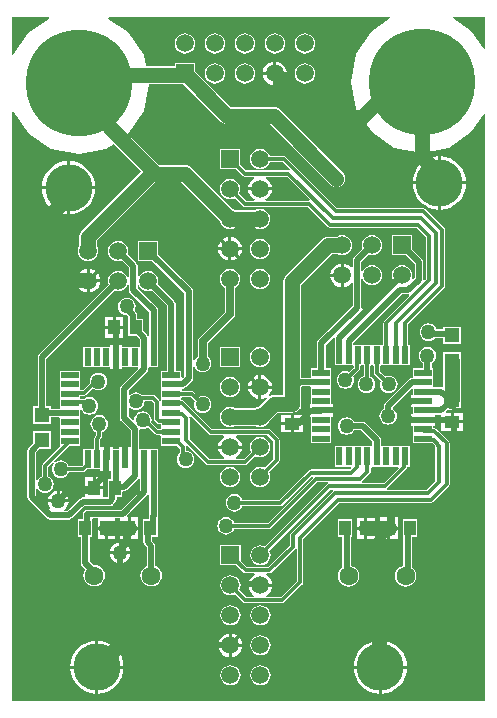
<source format=gtl>
G04*
G04 #@! TF.GenerationSoftware,Altium Limited,Altium Designer,19.1.5 (86)*
G04*
G04 Layer_Physical_Order=1*
G04 Layer_Color=255*
%FSLAX25Y25*%
%MOIN*%
G70*
G01*
G75*
%ADD12C,0.01000*%
%ADD29R,0.02165X0.05906*%
%ADD30R,0.05906X0.02165*%
%ADD31R,0.05906X0.02165*%
%ADD32R,0.02165X0.05906*%
%ADD33R,0.03937X0.05118*%
%ADD34R,0.05000X0.05000*%
%ADD35R,0.05118X0.03937*%
%ADD36C,0.02000*%
%ADD37C,0.05000*%
%ADD38C,0.01200*%
%ADD39C,0.02500*%
%ADD40C,0.15748*%
%ADD41C,0.35433*%
%ADD42C,0.06300*%
%ADD43R,0.05906X0.05906*%
%ADD44C,0.05906*%
%ADD45R,0.05906X0.05906*%
%ADD46C,0.05000*%
G36*
X168110Y578313D02*
X167633Y578163D01*
X163350Y584350D01*
X157211Y588498D01*
X157357Y588976D01*
X168110D01*
Y578313D01*
D02*
G37*
G36*
X22616Y588476D02*
X15541Y583760D01*
X10736Y576456D01*
X10236Y576606D01*
Y588976D01*
X22465D01*
X22616Y588476D01*
D02*
G37*
G36*
X136402Y588498D02*
X129885Y584154D01*
X124964Y576673D01*
X123192Y567421D01*
X124964Y558169D01*
X130279Y550492D01*
X137759Y545374D01*
X146814Y543799D01*
X155869Y545374D01*
X163350Y550492D01*
X167633Y556679D01*
X168110Y556530D01*
Y361024D01*
X10236D01*
Y557452D01*
X10736Y557608D01*
X15935Y550098D01*
X23415Y544980D01*
X32471Y543405D01*
X41526Y544980D01*
X44130Y546763D01*
X53332Y537561D01*
X33640Y517870D01*
X33176Y517264D01*
X32883Y516559D01*
X32784Y515802D01*
Y512778D01*
X32780Y512774D01*
X32442Y511958D01*
X32327Y511083D01*
X32442Y510207D01*
X32780Y509392D01*
X33318Y508692D01*
X34018Y508154D01*
X34833Y507816D01*
X35709Y507701D01*
X36584Y507816D01*
X37400Y508154D01*
X38100Y508692D01*
X38637Y509392D01*
X38975Y510207D01*
X39090Y511083D01*
X38975Y511958D01*
X38637Y512774D01*
X38634Y512778D01*
Y514590D01*
X57960Y533917D01*
X58222Y533882D01*
X66682D01*
X79685Y520879D01*
X79686Y520873D01*
X80024Y520057D01*
X80562Y519357D01*
X81262Y518820D01*
X82077Y518482D01*
X82953Y518366D01*
X83828Y518482D01*
X84644Y518820D01*
X84648Y518823D01*
X91257D01*
X91262Y518820D01*
X92077Y518482D01*
X92953Y518366D01*
X93828Y518482D01*
X94644Y518820D01*
X95344Y519357D01*
X95881Y520057D01*
X96219Y520873D01*
X96334Y521748D01*
X96219Y522623D01*
X95881Y523439D01*
X95344Y524139D01*
X94644Y524677D01*
X93828Y525015D01*
X92953Y525130D01*
X92077Y525015D01*
X91262Y524677D01*
X91257Y524673D01*
X84648D01*
X84644Y524677D01*
X83828Y525015D01*
X83822Y525015D01*
X69962Y538875D01*
X69356Y539340D01*
X68651Y539633D01*
X67894Y539732D01*
X59434D01*
X49031Y550135D01*
X54321Y557776D01*
X56049Y566799D01*
X67135D01*
X79900Y554034D01*
X80506Y553569D01*
X81212Y553277D01*
X81968Y553177D01*
X96269D01*
X116377Y533070D01*
X116982Y532605D01*
X117688Y532312D01*
X118445Y532213D01*
X119202Y532312D01*
X119907Y532605D01*
X120513Y533070D01*
X120978Y533675D01*
X121270Y534381D01*
X121370Y535138D01*
X121270Y535895D01*
X120978Y536600D01*
X120513Y537206D01*
X99549Y558171D01*
X98943Y558636D01*
X98237Y558928D01*
X97480Y559027D01*
X83180D01*
X71246Y570961D01*
Y573530D01*
X64541D01*
Y572649D01*
X55016D01*
X54321Y576279D01*
X49006Y583957D01*
X42317Y588476D01*
X42470Y588976D01*
X136257D01*
X136402Y588498D01*
D02*
G37*
%LPC*%
G36*
X107894Y583559D02*
X107018Y583444D01*
X106203Y583106D01*
X105502Y582568D01*
X104965Y581868D01*
X104627Y581052D01*
X104512Y580177D01*
X104627Y579302D01*
X104965Y578486D01*
X105502Y577786D01*
X106203Y577248D01*
X107018Y576911D01*
X107894Y576795D01*
X108769Y576911D01*
X109584Y577248D01*
X110285Y577786D01*
X110822Y578486D01*
X111160Y579302D01*
X111275Y580177D01*
X111160Y581052D01*
X110822Y581868D01*
X110285Y582568D01*
X109584Y583106D01*
X108769Y583444D01*
X107894Y583559D01*
D02*
G37*
G36*
X97894D02*
X97018Y583444D01*
X96203Y583106D01*
X95503Y582568D01*
X94965Y581868D01*
X94627Y581052D01*
X94512Y580177D01*
X94627Y579302D01*
X94965Y578486D01*
X95503Y577786D01*
X96203Y577248D01*
X97018Y576911D01*
X97894Y576795D01*
X98769Y576911D01*
X99585Y577248D01*
X100285Y577786D01*
X100822Y578486D01*
X101160Y579302D01*
X101275Y580177D01*
X101160Y581052D01*
X100822Y581868D01*
X100285Y582568D01*
X99585Y583106D01*
X98769Y583444D01*
X97894Y583559D01*
D02*
G37*
G36*
X87894D02*
X87019Y583444D01*
X86203Y583106D01*
X85502Y582568D01*
X84965Y581868D01*
X84627Y581052D01*
X84512Y580177D01*
X84627Y579302D01*
X84965Y578486D01*
X85502Y577786D01*
X86203Y577248D01*
X87019Y576911D01*
X87894Y576795D01*
X88769Y576911D01*
X89584Y577248D01*
X90285Y577786D01*
X90822Y578486D01*
X91160Y579302D01*
X91275Y580177D01*
X91160Y581052D01*
X90822Y581868D01*
X90285Y582568D01*
X89584Y583106D01*
X88769Y583444D01*
X87894Y583559D01*
D02*
G37*
G36*
X77894D02*
X77018Y583444D01*
X76203Y583106D01*
X75503Y582568D01*
X74965Y581868D01*
X74627Y581052D01*
X74512Y580177D01*
X74627Y579302D01*
X74965Y578486D01*
X75503Y577786D01*
X76203Y577248D01*
X77018Y576911D01*
X77894Y576795D01*
X78769Y576911D01*
X79584Y577248D01*
X80285Y577786D01*
X80822Y578486D01*
X81160Y579302D01*
X81275Y580177D01*
X81160Y581052D01*
X80822Y581868D01*
X80285Y582568D01*
X79584Y583106D01*
X78769Y583444D01*
X77894Y583559D01*
D02*
G37*
G36*
X67894D02*
X67019Y583444D01*
X66203Y583106D01*
X65503Y582568D01*
X64965Y581868D01*
X64627Y581052D01*
X64512Y580177D01*
X64627Y579302D01*
X64965Y578486D01*
X65503Y577786D01*
X66203Y577248D01*
X67019Y576911D01*
X67894Y576795D01*
X68769Y576911D01*
X69585Y577248D01*
X70285Y577786D01*
X70822Y578486D01*
X71160Y579302D01*
X71275Y580177D01*
X71160Y581052D01*
X70822Y581868D01*
X70285Y582568D01*
X69585Y583106D01*
X68769Y583444D01*
X67894Y583559D01*
D02*
G37*
G36*
X98394Y574098D02*
Y570677D01*
X101815D01*
X101745Y571209D01*
X101346Y572171D01*
X100713Y572996D01*
X99887Y573630D01*
X98926Y574028D01*
X98394Y574098D01*
D02*
G37*
G36*
X97394D02*
X96862Y574028D01*
X95900Y573630D01*
X95075Y572996D01*
X94441Y572171D01*
X94043Y571209D01*
X93973Y570677D01*
X97394D01*
Y574098D01*
D02*
G37*
G36*
X107894Y573559D02*
X107018Y573444D01*
X106203Y573106D01*
X105502Y572568D01*
X104965Y571868D01*
X104627Y571052D01*
X104512Y570177D01*
X104627Y569302D01*
X104965Y568486D01*
X105502Y567786D01*
X106203Y567248D01*
X107018Y566911D01*
X107894Y566795D01*
X108769Y566911D01*
X109584Y567248D01*
X110285Y567786D01*
X110822Y568486D01*
X111160Y569302D01*
X111275Y570177D01*
X111160Y571052D01*
X110822Y571868D01*
X110285Y572568D01*
X109584Y573106D01*
X108769Y573444D01*
X107894Y573559D01*
D02*
G37*
G36*
X87894D02*
X87019Y573444D01*
X86203Y573106D01*
X85502Y572568D01*
X84965Y571868D01*
X84627Y571052D01*
X84512Y570177D01*
X84627Y569302D01*
X84965Y568486D01*
X85502Y567786D01*
X86203Y567248D01*
X87019Y566911D01*
X87894Y566795D01*
X88769Y566911D01*
X89584Y567248D01*
X90285Y567786D01*
X90822Y568486D01*
X91160Y569302D01*
X91275Y570177D01*
X91160Y571052D01*
X90822Y571868D01*
X90285Y572568D01*
X89584Y573106D01*
X88769Y573444D01*
X87894Y573559D01*
D02*
G37*
G36*
X77894D02*
X77018Y573444D01*
X76203Y573106D01*
X75503Y572568D01*
X74965Y571868D01*
X74627Y571052D01*
X74512Y570177D01*
X74627Y569302D01*
X74965Y568486D01*
X75503Y567786D01*
X76203Y567248D01*
X77018Y566911D01*
X77894Y566795D01*
X78769Y566911D01*
X79584Y567248D01*
X80285Y567786D01*
X80822Y568486D01*
X81160Y569302D01*
X81275Y570177D01*
X81160Y571052D01*
X80822Y571868D01*
X80285Y572568D01*
X79584Y573106D01*
X78769Y573444D01*
X77894Y573559D01*
D02*
G37*
G36*
X101815Y569677D02*
X98394D01*
Y566256D01*
X98926Y566326D01*
X99887Y566724D01*
X100713Y567358D01*
X101346Y568184D01*
X101745Y569145D01*
X101815Y569677D01*
D02*
G37*
G36*
X97394D02*
X93973D01*
X94043Y569145D01*
X94441Y568184D01*
X95075Y567358D01*
X95900Y566724D01*
X96862Y566326D01*
X97394Y566256D01*
Y569677D01*
D02*
G37*
G36*
X92953Y545130D02*
X92077Y545015D01*
X91262Y544677D01*
X90561Y544139D01*
X90024Y543439D01*
X89686Y542623D01*
X89571Y541748D01*
X89686Y540873D01*
X90024Y540057D01*
X90561Y539357D01*
X91262Y538820D01*
X92077Y538482D01*
X92953Y538367D01*
X93828Y538482D01*
X94644Y538820D01*
X95344Y539357D01*
X95881Y540057D01*
X96159Y540729D01*
X100385D01*
X102909Y538205D01*
X102629Y537778D01*
X102363Y537831D01*
X88312D01*
X86305Y539837D01*
Y545101D01*
X79600D01*
Y538395D01*
X84864D01*
X87169Y536090D01*
X87500Y535869D01*
X87890Y535791D01*
X91078D01*
X91178Y535291D01*
X90959Y535201D01*
X90134Y534567D01*
X89500Y533742D01*
X89102Y532780D01*
X89032Y532248D01*
X92953D01*
X96874D01*
X96804Y532780D01*
X96406Y533742D01*
X95772Y534567D01*
X94946Y535201D01*
X94728Y535291D01*
X94827Y535791D01*
X101941D01*
X109564Y528168D01*
X109439Y527827D01*
X109332Y527693D01*
X94798D01*
X94698Y528193D01*
X94946Y528296D01*
X95772Y528929D01*
X96406Y529755D01*
X96804Y530716D01*
X96874Y531248D01*
X92953D01*
X89032D01*
X89102Y530716D01*
X89500Y529755D01*
X90134Y528929D01*
X90959Y528296D01*
X91207Y528193D01*
X91108Y527693D01*
X88450D01*
X85941Y530202D01*
X86219Y530873D01*
X86334Y531748D01*
X86219Y532623D01*
X85881Y533439D01*
X85344Y534139D01*
X84644Y534677D01*
X83828Y535015D01*
X82953Y535130D01*
X82077Y535015D01*
X81262Y534677D01*
X80562Y534139D01*
X80024Y533439D01*
X79686Y532623D01*
X79571Y531748D01*
X79686Y530873D01*
X80024Y530057D01*
X80562Y529357D01*
X81262Y528820D01*
X82077Y528482D01*
X82953Y528367D01*
X83828Y528482D01*
X84499Y528760D01*
X87307Y525952D01*
X87638Y525731D01*
X88028Y525654D01*
X108967D01*
X115559Y519063D01*
X115889Y518842D01*
X116279Y518764D01*
X145188D01*
X148331Y515621D01*
Y501631D01*
X147808Y501108D01*
X147347Y501355D01*
X147372Y501480D01*
Y507303D01*
X147372Y507303D01*
X147264Y507849D01*
X146954Y508313D01*
X146954Y508313D01*
X143707Y511560D01*
Y516247D01*
X137002D01*
Y509541D01*
X141688D01*
X144518Y506712D01*
Y502071D01*
X143948Y501502D01*
X143524Y501785D01*
X143621Y502018D01*
X143736Y502894D01*
X143621Y503769D01*
X143283Y504585D01*
X142745Y505285D01*
X142045Y505822D01*
X141230Y506160D01*
X140354Y506275D01*
X139479Y506160D01*
X138663Y505822D01*
X137963Y505285D01*
X137426Y504585D01*
X137088Y503769D01*
X136973Y502894D01*
X137088Y502018D01*
X137197Y501755D01*
X127173Y491731D01*
X126712Y491978D01*
X126734Y492089D01*
Y501565D01*
X127234Y501664D01*
X127426Y501203D01*
X127963Y500502D01*
X128664Y499965D01*
X129479Y499627D01*
X130354Y499512D01*
X131230Y499627D01*
X132045Y499965D01*
X132746Y500502D01*
X133283Y501203D01*
X133621Y502018D01*
X133736Y502894D01*
X133621Y503769D01*
X133283Y504585D01*
X132746Y505285D01*
X132045Y505822D01*
X131230Y506160D01*
X130354Y506275D01*
X129479Y506160D01*
X128664Y505822D01*
X127963Y505285D01*
X127426Y504585D01*
X127234Y504123D01*
X126734Y504222D01*
Y507255D01*
X129216Y509736D01*
X129479Y509627D01*
X130354Y509512D01*
X131230Y509627D01*
X132045Y509965D01*
X132746Y510502D01*
X133283Y511203D01*
X133621Y512018D01*
X133736Y512894D01*
X133621Y513769D01*
X133283Y514584D01*
X132746Y515285D01*
X132045Y515822D01*
X131230Y516160D01*
X130354Y516275D01*
X129479Y516160D01*
X128664Y515822D01*
X127963Y515285D01*
X127426Y514584D01*
X127088Y513769D01*
X126973Y512894D01*
X127088Y512018D01*
X127197Y511755D01*
X124298Y508856D01*
X123988Y508393D01*
X123880Y507846D01*
X123880Y507846D01*
Y505614D01*
X123380Y505444D01*
X123173Y505713D01*
X122348Y506346D01*
X121386Y506745D01*
X120854Y506815D01*
Y502894D01*
Y498973D01*
X121386Y499043D01*
X122348Y499441D01*
X123173Y500075D01*
X123380Y500343D01*
X123880Y500174D01*
Y492680D01*
X112416Y481217D01*
X112106Y480753D01*
X111998Y480207D01*
X111998Y480207D01*
Y471935D01*
X110072D01*
Y469286D01*
X110072Y468970D01*
X109672Y468731D01*
X106629D01*
Y499795D01*
X116802Y509969D01*
X118659D01*
X118664Y509965D01*
X119479Y509627D01*
X120354Y509512D01*
X121230Y509627D01*
X122045Y509965D01*
X122746Y510502D01*
X123283Y511203D01*
X123621Y512018D01*
X123736Y512894D01*
X123621Y513769D01*
X123283Y514584D01*
X122746Y515285D01*
X122045Y515822D01*
X121230Y516160D01*
X120354Y516275D01*
X119479Y516160D01*
X118664Y515822D01*
X118659Y515819D01*
X115591D01*
X114833Y515719D01*
X114128Y515427D01*
X113522Y514962D01*
X101635Y503075D01*
X101171Y502469D01*
X100878Y501764D01*
X100779Y501007D01*
Y464665D01*
Y462925D01*
X97548D01*
X96791Y462825D01*
X96215Y462587D01*
X95900Y462997D01*
X96406Y463656D01*
X96804Y464618D01*
X96874Y465150D01*
X93453D01*
Y461729D01*
X93985Y461799D01*
X94946Y462197D01*
X95198Y461786D01*
X92365Y458954D01*
X92077Y458916D01*
X91262Y458578D01*
X91257Y458575D01*
X84648D01*
X84644Y458578D01*
X83828Y458916D01*
X82953Y459031D01*
X82077Y458916D01*
X81262Y458578D01*
X80562Y458041D01*
X80024Y457340D01*
X79686Y456525D01*
X79571Y455650D01*
X79686Y454774D01*
X80024Y453959D01*
X80562Y453258D01*
X81262Y452721D01*
X82077Y452383D01*
X82953Y452268D01*
X83828Y452383D01*
X84644Y452721D01*
X84648Y452725D01*
X91257D01*
X91262Y452721D01*
X92077Y452383D01*
X92953Y452268D01*
X93828Y452383D01*
X94644Y452721D01*
X95344Y453258D01*
X95881Y453959D01*
X96049Y454365D01*
X98760Y457075D01*
X103645D01*
X104402Y457175D01*
X105107Y457467D01*
X105713Y457932D01*
X105772Y457991D01*
X105904Y458163D01*
X106663D01*
Y462900D01*
X106629D01*
Y465572D01*
X106933Y465876D01*
X109672D01*
X110072Y465636D01*
X110072Y465320D01*
Y462987D01*
X110072Y462671D01*
X110072Y462171D01*
Y459937D01*
X109472D01*
Y458354D01*
X113425D01*
X117378D01*
Y459937D01*
X116778D01*
Y462171D01*
X116778Y462487D01*
X116778Y462987D01*
Y465320D01*
X116778Y465636D01*
X116778Y466136D01*
Y468470D01*
X116778Y468786D01*
X116778Y469286D01*
Y471935D01*
X114853D01*
Y479616D01*
X117532Y482295D01*
X117992Y482049D01*
X117970Y481937D01*
X117970Y481937D01*
Y479711D01*
X117848D01*
Y473005D01*
X120498D01*
X120813Y473005D01*
X121313Y473005D01*
X123963Y473005D01*
X124143Y472580D01*
Y472199D01*
X122598Y470654D01*
X122155Y470837D01*
X121398Y470937D01*
X120641Y470837D01*
X119935Y470545D01*
X119329Y470080D01*
X118865Y469474D01*
X118572Y468769D01*
X118473Y468012D01*
X118572Y467255D01*
X118865Y466549D01*
X119329Y465943D01*
X119935Y465479D01*
X120641Y465187D01*
X121398Y465087D01*
X122155Y465187D01*
X122860Y465479D01*
X123466Y465943D01*
X123931Y466549D01*
X124223Y467255D01*
X124323Y468012D01*
X124223Y468769D01*
X124039Y469212D01*
X125884Y471056D01*
X126105Y471387D01*
X126183Y471777D01*
Y472652D01*
X126536Y473005D01*
X127113Y473005D01*
X127563Y472886D01*
Y469334D01*
X126923Y469069D01*
X126318Y468604D01*
X125853Y467998D01*
X125560Y467292D01*
X125461Y466535D01*
X125560Y465778D01*
X125853Y465073D01*
X126318Y464467D01*
X126923Y464002D01*
X127629Y463710D01*
X128386Y463610D01*
X129143Y463710D01*
X129848Y464002D01*
X130454Y464467D01*
X130919Y465073D01*
X131211Y465778D01*
X131311Y466535D01*
X131211Y467292D01*
X130919Y467998D01*
X130454Y468604D01*
X129848Y469069D01*
X129602Y469171D01*
Y472652D01*
X129956Y473005D01*
X130556D01*
X130910Y472652D01*
Y470472D01*
X130987Y470082D01*
X131208Y469752D01*
X133224Y467735D01*
X133041Y467292D01*
X132941Y466535D01*
X133041Y465778D01*
X133333Y465073D01*
X133798Y464467D01*
X134404Y464002D01*
X135109Y463710D01*
X135866Y463610D01*
X136623Y463710D01*
X137329Y464002D01*
X137934Y464467D01*
X138399Y465073D01*
X138691Y465778D01*
X138791Y466535D01*
X138691Y467292D01*
X138399Y467998D01*
X137934Y468604D01*
X137329Y469069D01*
X136623Y469361D01*
X135866Y469460D01*
X135109Y469361D01*
X134666Y469177D01*
X132949Y470895D01*
Y472652D01*
X133302Y473005D01*
X133912Y473005D01*
X136246D01*
X136561Y473005D01*
X137061Y473005D01*
X139395D01*
X139711Y473005D01*
X140211Y473005D01*
X142861D01*
Y479711D01*
X142397D01*
Y486591D01*
X154471Y498665D01*
X154692Y498996D01*
X154770Y499386D01*
Y517866D01*
X154692Y518256D01*
X154471Y518587D01*
X148128Y524930D01*
X147798Y525151D01*
X147407Y525229D01*
X118769D01*
X101528Y542469D01*
X101197Y542690D01*
X100807Y542768D01*
X96159D01*
X95881Y543439D01*
X95344Y544139D01*
X94644Y544677D01*
X93828Y545015D01*
X92953Y545130D01*
D02*
G37*
G36*
X153256Y542529D02*
Y534161D01*
X161624D01*
X161502Y535401D01*
X160994Y537074D01*
X160170Y538615D01*
X159061Y539967D01*
X157710Y541076D01*
X156168Y541900D01*
X154496Y542407D01*
X153256Y542529D01*
D02*
G37*
G36*
X152256Y542529D02*
X151016Y542407D01*
X149344Y541900D01*
X147802Y541076D01*
X146451Y539967D01*
X145342Y538615D01*
X144518Y537074D01*
X144010Y535401D01*
X143888Y534161D01*
X152256D01*
Y542529D01*
D02*
G37*
G36*
X29634Y540954D02*
Y532587D01*
X38001D01*
X37879Y533826D01*
X37372Y535499D01*
X36548Y537041D01*
X35439Y538392D01*
X34088Y539501D01*
X32546Y540325D01*
X30874Y540832D01*
X29634Y540954D01*
D02*
G37*
G36*
X28634D02*
X27394Y540832D01*
X25721Y540325D01*
X24180Y539501D01*
X22829Y538392D01*
X21720Y537041D01*
X20896Y535499D01*
X20388Y533826D01*
X20266Y532587D01*
X28634D01*
Y540954D01*
D02*
G37*
G36*
X161624Y533161D02*
X153256D01*
Y524794D01*
X154496Y524916D01*
X156168Y525423D01*
X157710Y526247D01*
X159061Y527356D01*
X160170Y528707D01*
X160994Y530249D01*
X161502Y531922D01*
X161624Y533161D01*
D02*
G37*
G36*
X152256D02*
X143888D01*
X144010Y531922D01*
X144518Y530249D01*
X145342Y528707D01*
X146451Y527356D01*
X147802Y526247D01*
X149344Y525423D01*
X151016Y524916D01*
X152256Y524794D01*
Y533161D01*
D02*
G37*
G36*
X28634Y531587D02*
X20266D01*
X20388Y530347D01*
X20896Y528674D01*
X21720Y527133D01*
X22829Y525781D01*
X24180Y524672D01*
X25721Y523848D01*
X27394Y523341D01*
X28634Y523219D01*
Y531587D01*
D02*
G37*
G36*
X38001D02*
X29634D01*
Y523219D01*
X30874Y523341D01*
X32546Y523848D01*
X34088Y524672D01*
X35439Y525781D01*
X36548Y527133D01*
X37372Y528674D01*
X37879Y530347D01*
X38001Y531587D01*
D02*
G37*
G36*
X83453Y515669D02*
Y512248D01*
X86874D01*
X86804Y512780D01*
X86405Y513742D01*
X85772Y514567D01*
X84946Y515201D01*
X83985Y515599D01*
X83453Y515669D01*
D02*
G37*
G36*
X82453Y515669D02*
X81921Y515599D01*
X80959Y515201D01*
X80134Y514567D01*
X79500Y513742D01*
X79102Y512780D01*
X79032Y512248D01*
X82453D01*
Y515669D01*
D02*
G37*
G36*
X92953Y515130D02*
X92077Y515015D01*
X91262Y514677D01*
X90561Y514139D01*
X90024Y513439D01*
X89686Y512623D01*
X89571Y511748D01*
X89686Y510873D01*
X90024Y510057D01*
X90561Y509357D01*
X91262Y508820D01*
X92077Y508482D01*
X92953Y508366D01*
X93828Y508482D01*
X94644Y508820D01*
X95344Y509357D01*
X95881Y510057D01*
X96219Y510873D01*
X96334Y511748D01*
X96219Y512623D01*
X95881Y513439D01*
X95344Y514139D01*
X94644Y514677D01*
X93828Y515015D01*
X92953Y515130D01*
D02*
G37*
G36*
X86874Y511248D02*
X83453D01*
Y507827D01*
X83985Y507897D01*
X84946Y508295D01*
X85772Y508929D01*
X86405Y509755D01*
X86804Y510716D01*
X86874Y511248D01*
D02*
G37*
G36*
X82453D02*
X79032D01*
X79102Y510716D01*
X79500Y509755D01*
X80134Y508929D01*
X80959Y508295D01*
X81921Y507897D01*
X82453Y507827D01*
Y511248D01*
D02*
G37*
G36*
X119854Y506815D02*
X119323Y506745D01*
X118361Y506346D01*
X117535Y505713D01*
X116902Y504887D01*
X116503Y503926D01*
X116433Y503394D01*
X119854D01*
Y506815D01*
D02*
G37*
G36*
X45709Y514464D02*
X44833Y514349D01*
X44018Y514011D01*
X43317Y513474D01*
X42780Y512774D01*
X42442Y511958D01*
X42327Y511083D01*
X42442Y510207D01*
X42780Y509392D01*
X43317Y508692D01*
X44018Y508154D01*
X44833Y507816D01*
X45709Y507701D01*
X46584Y507816D01*
X46847Y507925D01*
X49329Y505444D01*
Y502411D01*
X48829Y502312D01*
X48637Y502774D01*
X48100Y503474D01*
X47400Y504011D01*
X46584Y504349D01*
X45709Y504464D01*
X44833Y504349D01*
X44018Y504011D01*
X43317Y503474D01*
X42780Y502774D01*
X42442Y501958D01*
X42327Y501083D01*
X42442Y500207D01*
X42551Y499944D01*
X19284Y476677D01*
X18975Y476214D01*
X18866Y475667D01*
X18866Y475667D01*
Y459233D01*
X17393D01*
Y453433D01*
X23193D01*
Y455573D01*
X25786D01*
X26214Y455400D01*
X26214Y455073D01*
Y452750D01*
X26214Y452435D01*
X26214Y451935D01*
Y449601D01*
X26214Y449285D01*
X26214Y448785D01*
Y446136D01*
X26214D01*
X26340Y445833D01*
X20539Y440032D01*
X20318Y439701D01*
X20240Y439311D01*
Y435984D01*
X19797Y435801D01*
X19192Y435336D01*
X18727Y434730D01*
X18721Y434716D01*
X18221Y434816D01*
Y438152D01*
Y443842D01*
X19412Y445033D01*
X23193D01*
Y450833D01*
X17393D01*
Y447052D01*
X15784Y445442D01*
X15475Y444979D01*
X15366Y444433D01*
X15366Y444433D01*
Y438152D01*
Y428876D01*
X15366Y428876D01*
X15475Y428330D01*
X15784Y427866D01*
X21825Y421825D01*
X21825Y421825D01*
X22288Y421516D01*
X22835Y421407D01*
X29202D01*
X29202Y421407D01*
X29748Y421516D01*
X30211Y421825D01*
X34391Y426005D01*
X42949D01*
X42950Y426005D01*
X43496Y426113D01*
X43959Y426423D01*
X44765Y427229D01*
X44765Y427229D01*
X45075Y427692D01*
X45183Y428238D01*
X45183Y428239D01*
Y428993D01*
X47093D01*
Y430693D01*
X47520Y430915D01*
X48066Y431024D01*
X48529Y431333D01*
X52163Y434967D01*
X52163Y434967D01*
X52181Y434994D01*
X52860Y435118D01*
X52943Y435059D01*
Y431113D01*
X46554Y424724D01*
X35362D01*
X34816Y424616D01*
X34353Y424306D01*
X34043Y423843D01*
X33935Y423297D01*
Y421522D01*
X32356D01*
Y415604D01*
X33297D01*
Y406931D01*
X33297Y406931D01*
X33406Y406385D01*
X33715Y405922D01*
X34774Y404863D01*
X34576Y404605D01*
X34218Y403742D01*
X34097Y402815D01*
X34218Y401888D01*
X34576Y401025D01*
X35145Y400283D01*
X35887Y399714D01*
X36750Y399356D01*
X37677Y399234D01*
X38604Y399356D01*
X39467Y399714D01*
X40209Y400283D01*
X40778Y401025D01*
X41136Y401888D01*
X41258Y402815D01*
X41136Y403742D01*
X40778Y404605D01*
X40209Y405347D01*
X39467Y405916D01*
X38604Y406274D01*
X37677Y406396D01*
X37325Y406349D01*
X36152Y407523D01*
Y415604D01*
X37093D01*
Y421522D01*
X37449Y421870D01*
X38803D01*
Y419024D01*
X41772D01*
X44740D01*
Y421870D01*
X46418D01*
Y419102D01*
X48887D01*
Y422161D01*
X48735D01*
X48528Y422661D01*
X55379Y429513D01*
X55379Y429513D01*
X55592Y429831D01*
X56092Y429679D01*
Y423119D01*
X56043Y423046D01*
X55935Y422500D01*
X55935Y422500D01*
Y421522D01*
X54066D01*
Y417732D01*
X54038Y417594D01*
X54038Y417594D01*
Y413846D01*
X54038Y413846D01*
X54147Y413300D01*
X54456Y412837D01*
X55250Y412044D01*
Y406066D01*
X54887Y405916D01*
X54145Y405347D01*
X53576Y404605D01*
X53219Y403742D01*
X53096Y402815D01*
X53219Y401888D01*
X53576Y401025D01*
X54145Y400283D01*
X54887Y399714D01*
X55750Y399356D01*
X56677Y399234D01*
X57604Y399356D01*
X58468Y399714D01*
X59209Y400283D01*
X59778Y401025D01*
X60136Y401888D01*
X60258Y402815D01*
X60136Y403742D01*
X59778Y404605D01*
X59209Y405347D01*
X58468Y405916D01*
X58105Y406066D01*
Y412635D01*
X58105Y412635D01*
X57996Y413181D01*
X57687Y413644D01*
X56893Y414438D01*
Y415604D01*
X58802D01*
Y421522D01*
X58790D01*
Y422038D01*
X58838Y422111D01*
X58947Y422657D01*
X58947Y422657D01*
Y438360D01*
X59002D01*
Y445065D01*
X56353D01*
X56037Y445065D01*
X55537Y445065D01*
X53203D01*
X52887Y445065D01*
X52648Y445466D01*
Y451455D01*
X53120Y451800D01*
X53125Y451800D01*
X53878Y451701D01*
X54635Y451801D01*
X55340Y452093D01*
X55554Y452256D01*
X57763Y450047D01*
X58094Y449826D01*
X58484Y449748D01*
X59719D01*
X60072Y449395D01*
X60072Y448785D01*
Y446135D01*
X65336D01*
X66403Y445069D01*
Y443851D01*
X66081Y443604D01*
X65617Y442998D01*
X65324Y442292D01*
X65225Y441535D01*
X65324Y440778D01*
X65617Y440073D01*
X66081Y439467D01*
X66687Y439002D01*
X67393Y438710D01*
X68150Y438610D01*
X68907Y438710D01*
X69612Y439002D01*
X70218Y439467D01*
X70683Y440073D01*
X70975Y440778D01*
X71075Y441535D01*
X70975Y442292D01*
X70683Y442998D01*
X70218Y443604D01*
X69612Y444069D01*
X68907Y444361D01*
X68442Y444422D01*
Y445491D01*
X68369Y445860D01*
X68390Y445892D01*
X68783Y446153D01*
X75007Y439929D01*
X75338Y439708D01*
X75728Y439630D01*
X87953D01*
X88343Y439708D01*
X88674Y439929D01*
X91406Y442661D01*
X92077Y442383D01*
X92953Y442268D01*
X93828Y442383D01*
X94644Y442721D01*
X95344Y443258D01*
X95881Y443959D01*
X96219Y444774D01*
X96334Y445650D01*
X96219Y446525D01*
X95881Y447340D01*
X95344Y448041D01*
X94644Y448578D01*
X93828Y448916D01*
X92953Y449031D01*
X92077Y448916D01*
X91262Y448578D01*
X90561Y448041D01*
X90024Y447340D01*
X89686Y446525D01*
X89571Y445650D01*
X89686Y444774D01*
X89964Y444103D01*
X87530Y441669D01*
X84979D01*
X84879Y442169D01*
X84946Y442197D01*
X85772Y442831D01*
X86405Y443656D01*
X86804Y444618D01*
X86874Y445150D01*
X82953D01*
X79032D01*
X79102Y444618D01*
X79500Y443656D01*
X80134Y442831D01*
X80959Y442197D01*
X81026Y442169D01*
X80927Y441669D01*
X76151D01*
X69464Y448355D01*
Y455196D01*
X69391Y455567D01*
X69416Y455605D01*
X69803Y455861D01*
X75795Y449870D01*
X76126Y449649D01*
X76516Y449571D01*
X80585D01*
X80919Y449127D01*
X80918Y449071D01*
X80134Y448469D01*
X79500Y447643D01*
X79102Y446681D01*
X79032Y446150D01*
X82953D01*
X86874D01*
X86804Y446681D01*
X86405Y447643D01*
X85772Y448469D01*
X84987Y449071D01*
X84987Y449127D01*
X85321Y449571D01*
X95385D01*
X97445Y447511D01*
Y441584D01*
X94499Y438638D01*
X93828Y438916D01*
X92953Y439031D01*
X92077Y438916D01*
X91262Y438578D01*
X90561Y438041D01*
X90024Y437340D01*
X89686Y436525D01*
X89571Y435650D01*
X89686Y434774D01*
X90024Y433959D01*
X90561Y433258D01*
X91262Y432721D01*
X92077Y432383D01*
X92953Y432268D01*
X93828Y432383D01*
X94644Y432721D01*
X95344Y433258D01*
X95881Y433959D01*
X96219Y434774D01*
X96334Y435650D01*
X96219Y436525D01*
X95941Y437196D01*
X99186Y440441D01*
X99407Y440771D01*
X99484Y441161D01*
Y447933D01*
X99407Y448323D01*
X99186Y448654D01*
X96528Y451311D01*
X96197Y451533D01*
X95807Y451610D01*
X76938D01*
X67611Y460938D01*
X67280Y461159D01*
X66890Y461236D01*
X66778Y461348D01*
X66778Y461699D01*
Y461993D01*
X67132Y462347D01*
X69912D01*
X71216Y461042D01*
X71033Y460600D01*
X70933Y459842D01*
X71033Y459086D01*
X71325Y458380D01*
X71790Y457774D01*
X72396Y457309D01*
X73101Y457017D01*
X73858Y456917D01*
X74615Y457017D01*
X75321Y457309D01*
X75927Y457774D01*
X76391Y458380D01*
X76684Y459086D01*
X76783Y459842D01*
X76684Y460600D01*
X76391Y461305D01*
X75927Y461911D01*
X75321Y462376D01*
X74615Y462668D01*
X73858Y462768D01*
X73101Y462668D01*
X72658Y462484D01*
X71056Y464087D01*
X70725Y464308D01*
X70335Y464386D01*
X67132D01*
X67046Y464471D01*
X67069Y465088D01*
X67122Y465131D01*
X67206Y465155D01*
X67753Y465264D01*
X68216Y465573D01*
X70183Y467540D01*
X70492Y468003D01*
X70601Y468549D01*
X70601Y468550D01*
Y472405D01*
X71101Y472505D01*
X71325Y471963D01*
X71790Y471357D01*
X72396Y470892D01*
X73101Y470600D01*
X73858Y470500D01*
X74615Y470600D01*
X75321Y470892D01*
X75927Y471357D01*
X76391Y471963D01*
X76684Y472668D01*
X76783Y473425D01*
X76684Y474182D01*
X76391Y474888D01*
X75927Y475493D01*
X75541Y475790D01*
Y480202D01*
X84142Y488804D01*
X84142Y488804D01*
X84507Y489350D01*
X84635Y489994D01*
X84635Y489994D01*
Y498816D01*
X84644Y498820D01*
X85344Y499357D01*
X85881Y500057D01*
X86219Y500873D01*
X86334Y501748D01*
X86219Y502623D01*
X85881Y503439D01*
X85344Y504139D01*
X84644Y504677D01*
X83828Y505015D01*
X82953Y505130D01*
X82077Y505015D01*
X81262Y504677D01*
X80562Y504139D01*
X80024Y503439D01*
X79686Y502623D01*
X79571Y501748D01*
X79686Y500873D01*
X80024Y500057D01*
X80562Y499357D01*
X81262Y498820D01*
X81270Y498816D01*
Y490691D01*
X72669Y482089D01*
X72304Y481543D01*
X72176Y480899D01*
Y475790D01*
X71790Y475493D01*
X71325Y474888D01*
X71101Y474346D01*
X70601Y474445D01*
Y497618D01*
X70601Y497618D01*
X70492Y498164D01*
X70183Y498628D01*
X70183Y498628D01*
X59061Y509749D01*
Y514435D01*
X52356D01*
Y507730D01*
X57043D01*
X67746Y497027D01*
Y469141D01*
X67278Y468673D01*
X66778Y468880D01*
Y471148D01*
X64853D01*
Y493366D01*
X64853Y493366D01*
X64744Y493912D01*
X64434Y494376D01*
X64434Y494376D01*
X58866Y499944D01*
X58975Y500207D01*
X59090Y501083D01*
X58975Y501958D01*
X58637Y502774D01*
X58100Y503474D01*
X57399Y504011D01*
X56584Y504349D01*
X55709Y504464D01*
X54833Y504349D01*
X54018Y504011D01*
X53317Y503474D01*
X52780Y502774D01*
X52683Y502540D01*
X52183Y502639D01*
Y506035D01*
X52183Y506035D01*
X52075Y506582D01*
X51765Y507045D01*
X51765Y507045D01*
X48866Y509944D01*
X48975Y510207D01*
X49090Y511083D01*
X48975Y511958D01*
X48637Y512774D01*
X48100Y513474D01*
X47400Y514011D01*
X46584Y514349D01*
X45709Y514464D01*
D02*
G37*
G36*
X36209Y505004D02*
Y501583D01*
X39630D01*
X39560Y502115D01*
X39161Y503076D01*
X38528Y503902D01*
X37702Y504535D01*
X36740Y504934D01*
X36209Y505004D01*
D02*
G37*
G36*
X35209D02*
X34677Y504934D01*
X33715Y504535D01*
X32890Y503902D01*
X32256Y503076D01*
X31858Y502115D01*
X31788Y501583D01*
X35209D01*
Y505004D01*
D02*
G37*
G36*
X119854Y502394D02*
X116433D01*
X116503Y501862D01*
X116902Y500900D01*
X117535Y500075D01*
X118361Y499441D01*
X119323Y499043D01*
X119854Y498973D01*
Y502394D01*
D02*
G37*
G36*
X92953Y505130D02*
X92077Y505015D01*
X91262Y504677D01*
X90561Y504139D01*
X90024Y503439D01*
X89686Y502623D01*
X89571Y501748D01*
X89686Y500873D01*
X90024Y500057D01*
X90561Y499357D01*
X91262Y498820D01*
X92077Y498482D01*
X92953Y498366D01*
X93828Y498482D01*
X94644Y498820D01*
X95344Y499357D01*
X95881Y500057D01*
X96219Y500873D01*
X96334Y501748D01*
X96219Y502623D01*
X95881Y503439D01*
X95344Y504139D01*
X94644Y504677D01*
X93828Y505015D01*
X92953Y505130D01*
D02*
G37*
G36*
X39630Y500583D02*
X36209D01*
Y497162D01*
X36740Y497232D01*
X37702Y497630D01*
X38528Y498264D01*
X39161Y499089D01*
X39560Y500051D01*
X39630Y500583D01*
D02*
G37*
G36*
X35209D02*
X31788D01*
X31858Y500051D01*
X32256Y499089D01*
X32890Y498264D01*
X33715Y497630D01*
X34677Y497232D01*
X35209Y497162D01*
Y500583D01*
D02*
G37*
G36*
X149055Y486882D02*
X148298Y486782D01*
X147593Y486490D01*
X146987Y486025D01*
X146522Y485419D01*
X146230Y484714D01*
X146130Y483957D01*
X146230Y483200D01*
X146522Y482494D01*
X146987Y481888D01*
X147593Y481424D01*
X148298Y481131D01*
X149055Y481032D01*
X149812Y481131D01*
X150518Y481424D01*
X151123Y481888D01*
X151200Y481988D01*
X154029D01*
Y479974D01*
X159829D01*
Y485774D01*
X154029D01*
Y484843D01*
X151827D01*
X151588Y485419D01*
X151123Y486025D01*
X150518Y486490D01*
X149812Y486782D01*
X149055Y486882D01*
D02*
G37*
G36*
X86305Y479002D02*
X79600D01*
Y472297D01*
X86305D01*
Y479002D01*
D02*
G37*
G36*
X92953Y479031D02*
X92077Y478916D01*
X91262Y478578D01*
X90561Y478041D01*
X90024Y477340D01*
X89686Y476525D01*
X89571Y475650D01*
X89686Y474774D01*
X90024Y473959D01*
X90561Y473258D01*
X91262Y472721D01*
X92077Y472383D01*
X92953Y472268D01*
X93828Y472383D01*
X94644Y472721D01*
X95344Y473258D01*
X95881Y473959D01*
X96219Y474774D01*
X96334Y475650D01*
X96219Y476525D01*
X95881Y477340D01*
X95344Y478041D01*
X94644Y478578D01*
X93828Y478916D01*
X92953Y479031D01*
D02*
G37*
G36*
X93453Y469571D02*
Y466150D01*
X96874D01*
X96804Y466681D01*
X96406Y467643D01*
X95772Y468469D01*
X94946Y469102D01*
X93985Y469501D01*
X93453Y469571D01*
D02*
G37*
G36*
X92453D02*
X91921Y469501D01*
X90959Y469102D01*
X90134Y468469D01*
X89500Y467643D01*
X89102Y466681D01*
X89032Y466150D01*
X92453D01*
Y469571D01*
D02*
G37*
G36*
X82953Y469031D02*
X82077Y468916D01*
X81262Y468578D01*
X80562Y468041D01*
X80024Y467340D01*
X79686Y466525D01*
X79571Y465650D01*
X79686Y464774D01*
X80024Y463959D01*
X80562Y463258D01*
X81262Y462721D01*
X82077Y462383D01*
X82953Y462268D01*
X83828Y462383D01*
X84644Y462721D01*
X85344Y463258D01*
X85881Y463959D01*
X86219Y464774D01*
X86334Y465650D01*
X86219Y466525D01*
X85881Y467340D01*
X85344Y468041D01*
X84644Y468578D01*
X83828Y468916D01*
X82953Y469031D01*
D02*
G37*
G36*
X92453Y465150D02*
X89032D01*
X89102Y464618D01*
X89500Y463656D01*
X90134Y462830D01*
X90959Y462197D01*
X91921Y461799D01*
X92453Y461729D01*
Y465150D01*
D02*
G37*
G36*
X148760Y479008D02*
X148003Y478908D01*
X147297Y478616D01*
X146692Y478151D01*
X146227Y477545D01*
X145934Y476840D01*
X145835Y476083D01*
X145934Y475326D01*
X146227Y474620D01*
X146692Y474014D01*
X147297Y473550D01*
X147332Y473535D01*
Y471935D01*
X143931D01*
Y469286D01*
X143931Y468970D01*
X143587Y468688D01*
X143502Y468664D01*
X142956Y468555D01*
X142493Y468246D01*
X142493Y468246D01*
X134660Y460413D01*
X134351Y459949D01*
X134242Y459403D01*
X134242Y459403D01*
Y458552D01*
X134207Y458537D01*
X133601Y458072D01*
X133136Y457466D01*
X132844Y456761D01*
X132744Y456004D01*
X132844Y455247D01*
X133136Y454541D01*
X133601Y453936D01*
X134207Y453471D01*
X134912Y453179D01*
X135669Y453079D01*
X136426Y453179D01*
X137132Y453471D01*
X137738Y453936D01*
X138202Y454541D01*
X138495Y455247D01*
X138594Y456004D01*
X138495Y456761D01*
X138202Y457466D01*
X137738Y458072D01*
X137310Y458400D01*
X137268Y458932D01*
X137295Y459011D01*
X143431Y465146D01*
X143931Y464939D01*
Y463087D01*
X143331D01*
Y461504D01*
X147283D01*
Y460504D01*
X143331D01*
Y458921D01*
X143931D01*
Y456787D01*
X143331D01*
Y455205D01*
X147283D01*
X151236D01*
Y456427D01*
X153265D01*
X153265Y456427D01*
X153446Y456278D01*
Y454496D01*
X156505D01*
Y456965D01*
X155047D01*
X154856Y457427D01*
X155662Y458232D01*
X155697Y458218D01*
X156454Y458118D01*
X157211Y458218D01*
X157916Y458510D01*
X158131Y458675D01*
X160003D01*
Y463412D01*
X159854D01*
Y467717D01*
Y474474D01*
X159829Y474664D01*
Y477374D01*
X157119D01*
X156929Y477399D01*
X156739Y477374D01*
X154029D01*
Y474664D01*
X154004Y474474D01*
Y467717D01*
Y465951D01*
X153504Y465549D01*
X153343Y465581D01*
X153343Y465581D01*
X151037D01*
X150636Y465821D01*
X150636Y466136D01*
Y468470D01*
X150636Y468786D01*
X150636Y469286D01*
Y471935D01*
X150187D01*
Y473535D01*
X150222Y473550D01*
X150828Y474014D01*
X151293Y474620D01*
X151585Y475326D01*
X151685Y476083D01*
X151585Y476840D01*
X151293Y477545D01*
X150828Y478151D01*
X150222Y478616D01*
X149517Y478908D01*
X148760Y479008D01*
D02*
G37*
G36*
X160564Y456965D02*
X157505D01*
Y454496D01*
X160564D01*
Y456965D01*
D02*
G37*
G36*
X107223Y456453D02*
X104164D01*
Y453984D01*
X107223D01*
Y456453D01*
D02*
G37*
G36*
X103164D02*
X100105D01*
Y453984D01*
X103164D01*
Y456453D01*
D02*
G37*
G36*
X160564Y453496D02*
X157505D01*
Y451028D01*
X160564D01*
Y453496D01*
D02*
G37*
G36*
X156505D02*
X153446D01*
Y451028D01*
X156505D01*
Y453496D01*
D02*
G37*
G36*
X107223Y452984D02*
X104164D01*
Y450516D01*
X107223D01*
Y452984D01*
D02*
G37*
G36*
X103164D02*
X100105D01*
Y450516D01*
X103164D01*
Y452984D01*
D02*
G37*
G36*
X117378Y457354D02*
X113425D01*
X109472D01*
Y455772D01*
X110072D01*
Y453538D01*
X110072Y453222D01*
X110072Y452722D01*
Y450388D01*
X110072Y450072D01*
X110072Y449572D01*
Y446923D01*
X116778D01*
Y449572D01*
X116778Y449888D01*
X116778Y450388D01*
Y452722D01*
X116778Y453038D01*
X116778Y453538D01*
Y455772D01*
X117378D01*
Y457354D01*
D02*
G37*
G36*
X121850Y455583D02*
X121093Y455483D01*
X120388Y455191D01*
X119782Y454726D01*
X119317Y454120D01*
X119025Y453414D01*
X118925Y452658D01*
X119025Y451900D01*
X119317Y451195D01*
X119782Y450589D01*
X120388Y450124D01*
X121093Y449832D01*
X121850Y449732D01*
X122608Y449832D01*
X123313Y450124D01*
X123919Y450589D01*
X124383Y451195D01*
X124398Y451230D01*
X126630D01*
X130435Y447425D01*
Y446281D01*
X130262Y445853D01*
X129935Y445853D01*
X127613D01*
X127297Y445853D01*
X126797Y445853D01*
X124463D01*
X124147Y445853D01*
X123647Y445853D01*
X121313D01*
X120998Y445853D01*
X120498Y445853D01*
X117848D01*
Y439147D01*
X120498D01*
X120813Y439147D01*
X121313Y439147D01*
X123277D01*
X123484Y438647D01*
X122997Y438161D01*
X109853D01*
X109463Y438083D01*
X109132Y437862D01*
X99356Y428087D01*
X87106D01*
X86923Y428529D01*
X86458Y429135D01*
X85852Y429600D01*
X85147Y429892D01*
X84390Y429992D01*
X83633Y429892D01*
X82927Y429600D01*
X82322Y429135D01*
X81857Y428529D01*
X81564Y427824D01*
X81465Y427067D01*
X81564Y426310D01*
X81857Y425604D01*
X82322Y424999D01*
X82927Y424534D01*
X83633Y424242D01*
X84390Y424142D01*
X85147Y424242D01*
X85852Y424534D01*
X86458Y424999D01*
X86923Y425604D01*
X87106Y426047D01*
X99779D01*
X100169Y426125D01*
X100500Y426346D01*
X110143Y435990D01*
X110402Y435958D01*
X110583Y435432D01*
X95560Y420409D01*
X84351D01*
X84167Y420852D01*
X83702Y421458D01*
X83096Y421923D01*
X82391Y422215D01*
X81634Y422315D01*
X80877Y422215D01*
X80171Y421923D01*
X79566Y421458D01*
X79101Y420852D01*
X78808Y420147D01*
X78709Y419390D01*
X78808Y418633D01*
X79101Y417927D01*
X79566Y417321D01*
X80171Y416857D01*
X80877Y416564D01*
X81634Y416465D01*
X82391Y416564D01*
X83096Y416857D01*
X83702Y417321D01*
X84167Y417927D01*
X84351Y418370D01*
X95983D01*
X96373Y418448D01*
X96704Y418669D01*
X111956Y433921D01*
X115511D01*
X115613Y433421D01*
X115388Y433271D01*
X94657Y412539D01*
X93985Y412817D01*
X93110Y412933D01*
X92235Y412817D01*
X91419Y412480D01*
X90719Y411942D01*
X90182Y411242D01*
X89844Y410426D01*
X89728Y409551D01*
X89844Y408676D01*
X90182Y407860D01*
X90719Y407160D01*
X91419Y406622D01*
X92235Y406285D01*
X93110Y406169D01*
X93985Y406285D01*
X94801Y406622D01*
X95501Y407160D01*
X96039Y407860D01*
X96377Y408676D01*
X96492Y409551D01*
X96377Y410426D01*
X96099Y411097D01*
X116531Y431530D01*
X117092D01*
X117245Y431201D01*
X117264Y431030D01*
X103319Y417085D01*
X103098Y416754D01*
X103021Y416364D01*
Y412888D01*
X95680Y405547D01*
X88556D01*
X86463Y407640D01*
Y412904D01*
X79757D01*
Y406198D01*
X85021D01*
X87413Y403807D01*
X87744Y403586D01*
X88134Y403508D01*
X91027D01*
X91127Y403008D01*
X91117Y403004D01*
X90291Y402370D01*
X89657Y401545D01*
X89259Y400583D01*
X89189Y400051D01*
X93110D01*
X97031D01*
X96961Y400583D01*
X96563Y401545D01*
X95929Y402370D01*
X95104Y403004D01*
X95094Y403008D01*
X95193Y403508D01*
X96102D01*
X96492Y403586D01*
X96823Y403807D01*
X104721Y411704D01*
X104891Y411684D01*
X105221Y411532D01*
Y400914D01*
X99912Y395606D01*
X95222D01*
X95110Y396073D01*
X95114Y396106D01*
X95929Y396732D01*
X96563Y397558D01*
X96961Y398519D01*
X97031Y399051D01*
X93110D01*
X89189D01*
X89259Y398519D01*
X89657Y397558D01*
X90291Y396732D01*
X91106Y396106D01*
X91111Y396073D01*
X90998Y395606D01*
X88497D01*
X86099Y398005D01*
X86377Y398676D01*
X86492Y399551D01*
X86377Y400426D01*
X86039Y401242D01*
X85501Y401942D01*
X84801Y402480D01*
X83986Y402817D01*
X83110Y402933D01*
X82235Y402817D01*
X81419Y402480D01*
X80719Y401942D01*
X80182Y401242D01*
X79844Y400426D01*
X79729Y399551D01*
X79844Y398676D01*
X80182Y397860D01*
X80719Y397160D01*
X81419Y396622D01*
X82235Y396285D01*
X83110Y396169D01*
X83986Y396285D01*
X84657Y396563D01*
X87354Y393866D01*
X87685Y393645D01*
X88075Y393567D01*
X100335D01*
X100725Y393645D01*
X101056Y393866D01*
X106961Y399771D01*
X107182Y400102D01*
X107260Y400492D01*
Y415030D01*
X119359Y427130D01*
X149843D01*
X150233Y427208D01*
X150564Y427429D01*
X155878Y432744D01*
X156099Y433074D01*
X156177Y433465D01*
Y446830D01*
X156099Y447220D01*
X155878Y447551D01*
X151620Y451809D01*
X151289Y452030D01*
X150899Y452108D01*
X150636D01*
Y452622D01*
X151236D01*
Y454205D01*
X147283D01*
X143331D01*
Y452622D01*
X143931D01*
Y450388D01*
X143931Y450072D01*
X143931D01*
Y449888D01*
X143931D01*
Y446923D01*
X150511D01*
X151382Y446052D01*
Y445965D01*
X151450Y445621D01*
Y434311D01*
X148509Y431369D01*
X135509D01*
X135357Y431699D01*
X135338Y431869D01*
X141632Y438164D01*
X141853Y438494D01*
X141931Y438884D01*
Y439147D01*
X142861D01*
Y445853D01*
X140211D01*
X139895Y445853D01*
X139395Y445853D01*
X137061D01*
X136746Y445853D01*
X136246Y445853D01*
X133912D01*
X133596Y445853D01*
X133290Y446226D01*
Y448017D01*
X133290Y448017D01*
X133181Y448563D01*
X132872Y449026D01*
X132871Y449026D01*
X128231Y453667D01*
X127768Y453976D01*
X127221Y454085D01*
X127221Y454085D01*
X124398D01*
X124383Y454120D01*
X123919Y454726D01*
X123313Y455191D01*
X122608Y455483D01*
X121850Y455583D01*
D02*
G37*
G36*
X82953Y439031D02*
X82077Y438916D01*
X81262Y438578D01*
X80562Y438041D01*
X80024Y437340D01*
X79686Y436525D01*
X79571Y435650D01*
X79686Y434774D01*
X80024Y433959D01*
X80562Y433258D01*
X81262Y432721D01*
X82077Y432383D01*
X82953Y432268D01*
X83828Y432383D01*
X84644Y432721D01*
X85344Y433258D01*
X85881Y433959D01*
X86219Y434774D01*
X86334Y435650D01*
X86219Y436525D01*
X85881Y437340D01*
X85344Y438041D01*
X84644Y438578D01*
X83828Y438916D01*
X82953Y439031D01*
D02*
G37*
G36*
X138812Y422161D02*
X136344D01*
Y419102D01*
X138812D01*
Y422161D01*
D02*
G37*
G36*
X52355D02*
X49887D01*
Y419102D01*
X52355D01*
Y422161D01*
D02*
G37*
G36*
X135344D02*
X132875D01*
Y419102D01*
X135344D01*
Y422161D01*
D02*
G37*
G36*
X131197Y422122D02*
X128728D01*
Y419063D01*
X131197D01*
Y422122D01*
D02*
G37*
G36*
X127728D02*
X125260D01*
Y419063D01*
X127728D01*
Y422122D01*
D02*
G37*
G36*
X138812Y418102D02*
X136344D01*
Y415043D01*
X138812D01*
Y418102D01*
D02*
G37*
G36*
X135344D02*
X132875D01*
Y415043D01*
X135344D01*
Y418102D01*
D02*
G37*
G36*
X52355D02*
X49887D01*
Y415043D01*
X52355D01*
Y418102D01*
D02*
G37*
G36*
X48887D02*
X46418D01*
Y415043D01*
X48887D01*
Y418102D01*
D02*
G37*
G36*
X131197Y418063D02*
X128728D01*
Y415004D01*
X131197D01*
Y418063D01*
D02*
G37*
G36*
X127728D02*
X125260D01*
Y415004D01*
X127728D01*
Y418063D01*
D02*
G37*
G36*
X44740Y418024D02*
X42272D01*
Y414965D01*
X44740D01*
Y418024D01*
D02*
G37*
G36*
X41272D02*
X38803D01*
Y414965D01*
X41272D01*
Y418024D01*
D02*
G37*
G36*
X46799Y413799D02*
Y410835D01*
X49764D01*
X49709Y411248D01*
X49356Y412100D01*
X48795Y412831D01*
X48064Y413392D01*
X47213Y413745D01*
X46799Y413799D01*
D02*
G37*
G36*
X45799D02*
X45386Y413745D01*
X44534Y413392D01*
X43803Y412831D01*
X43242Y412100D01*
X42889Y411248D01*
X42835Y410835D01*
X45799D01*
Y413799D01*
D02*
G37*
G36*
X49764Y409835D02*
X46799D01*
Y406870D01*
X47213Y406925D01*
X48064Y407277D01*
X48795Y407838D01*
X49356Y408569D01*
X49709Y409421D01*
X49764Y409835D01*
D02*
G37*
G36*
X45799D02*
X42835D01*
X42889Y409421D01*
X43242Y408569D01*
X43803Y407838D01*
X44534Y407277D01*
X45386Y406925D01*
X45799Y406870D01*
Y409835D01*
D02*
G37*
G36*
X145259Y421522D02*
X140522D01*
Y415604D01*
X140758D01*
Y406143D01*
X140554Y406116D01*
X139690Y405758D01*
X138948Y405189D01*
X138379Y404448D01*
X138022Y403584D01*
X137900Y402658D01*
X138022Y401731D01*
X138379Y400867D01*
X138948Y400126D01*
X139690Y399557D01*
X140554Y399199D01*
X141480Y399077D01*
X142407Y399199D01*
X143271Y399557D01*
X144012Y400126D01*
X144581Y400867D01*
X144939Y401731D01*
X145061Y402658D01*
X144939Y403584D01*
X144581Y404448D01*
X144012Y405189D01*
X143613Y405496D01*
Y415604D01*
X145259D01*
Y421522D01*
D02*
G37*
G36*
X123550Y421561D02*
X118813D01*
Y415643D01*
X120403D01*
Y405538D01*
X119948Y405189D01*
X119379Y404448D01*
X119022Y403584D01*
X118900Y402658D01*
X119022Y401731D01*
X119379Y400867D01*
X119948Y400126D01*
X120690Y399557D01*
X121554Y399199D01*
X122480Y399077D01*
X123407Y399199D01*
X124271Y399557D01*
X125012Y400126D01*
X125581Y400867D01*
X125939Y401731D01*
X126061Y402658D01*
X125939Y403584D01*
X125581Y404448D01*
X125012Y405189D01*
X124271Y405758D01*
X123407Y406116D01*
X123258Y406136D01*
Y415643D01*
X123550D01*
Y421561D01*
D02*
G37*
G36*
X93110Y392933D02*
X92235Y392817D01*
X91419Y392480D01*
X90719Y391942D01*
X90182Y391242D01*
X89844Y390426D01*
X89728Y389551D01*
X89844Y388676D01*
X90182Y387860D01*
X90719Y387160D01*
X91419Y386622D01*
X92235Y386285D01*
X93110Y386169D01*
X93985Y386285D01*
X94801Y386622D01*
X95501Y387160D01*
X96039Y387860D01*
X96377Y388676D01*
X96492Y389551D01*
X96377Y390426D01*
X96039Y391242D01*
X95501Y391942D01*
X94801Y392480D01*
X93985Y392817D01*
X93110Y392933D01*
D02*
G37*
G36*
X83110D02*
X82235Y392817D01*
X81419Y392480D01*
X80719Y391942D01*
X80182Y391242D01*
X79844Y390426D01*
X79729Y389551D01*
X79844Y388676D01*
X80182Y387860D01*
X80719Y387160D01*
X81419Y386622D01*
X82235Y386285D01*
X83110Y386169D01*
X83986Y386285D01*
X84801Y386622D01*
X85501Y387160D01*
X86039Y387860D01*
X86377Y388676D01*
X86492Y389551D01*
X86377Y390426D01*
X86039Y391242D01*
X85501Y391942D01*
X84801Y392480D01*
X83986Y392817D01*
X83110Y392933D01*
D02*
G37*
G36*
X83610Y383472D02*
Y380051D01*
X87031D01*
X86961Y380583D01*
X86563Y381544D01*
X85929Y382370D01*
X85104Y383004D01*
X84142Y383402D01*
X83610Y383472D01*
D02*
G37*
G36*
X82610D02*
X82078Y383402D01*
X81117Y383004D01*
X80291Y382370D01*
X79658Y381544D01*
X79259Y380583D01*
X79189Y380051D01*
X82610D01*
Y383472D01*
D02*
G37*
G36*
X93110Y382933D02*
X92235Y382818D01*
X91419Y382480D01*
X90719Y381942D01*
X90182Y381242D01*
X89844Y380426D01*
X89728Y379551D01*
X89844Y378676D01*
X90182Y377860D01*
X90719Y377160D01*
X91419Y376622D01*
X92235Y376285D01*
X93110Y376169D01*
X93985Y376285D01*
X94801Y376622D01*
X95501Y377160D01*
X96039Y377860D01*
X96377Y378676D01*
X96492Y379551D01*
X96377Y380426D01*
X96039Y381242D01*
X95501Y381942D01*
X94801Y382480D01*
X93985Y382818D01*
X93110Y382933D01*
D02*
G37*
G36*
X87031Y379051D02*
X83610D01*
Y375630D01*
X84142Y375700D01*
X85104Y376098D01*
X85929Y376732D01*
X86563Y377558D01*
X86961Y378519D01*
X87031Y379051D01*
D02*
G37*
G36*
X82610D02*
X79189D01*
X79259Y378519D01*
X79658Y377558D01*
X80291Y376732D01*
X81117Y376098D01*
X82078Y375700D01*
X82610Y375630D01*
Y379051D01*
D02*
G37*
G36*
X133571Y381112D02*
Y372744D01*
X141939D01*
X141816Y373984D01*
X141309Y375657D01*
X140485Y377198D01*
X139376Y378549D01*
X138025Y379658D01*
X136483Y380482D01*
X134810Y380990D01*
X133571Y381112D01*
D02*
G37*
G36*
X39083D02*
Y372744D01*
X47450D01*
X47328Y373984D01*
X46821Y375657D01*
X45997Y377198D01*
X44888Y378549D01*
X43537Y379658D01*
X41995Y380482D01*
X40322Y380990D01*
X39083Y381112D01*
D02*
G37*
G36*
X132571D02*
X131331Y380990D01*
X129658Y380482D01*
X128117Y379658D01*
X126766Y378549D01*
X125657Y377198D01*
X124833Y375657D01*
X124325Y373984D01*
X124203Y372744D01*
X132571D01*
Y381112D01*
D02*
G37*
G36*
X38083D02*
X36843Y380990D01*
X35170Y380482D01*
X33629Y379658D01*
X32277Y378549D01*
X31168Y377198D01*
X30345Y375657D01*
X29837Y373984D01*
X29715Y372744D01*
X38083D01*
Y381112D01*
D02*
G37*
G36*
X93110Y372933D02*
X92235Y372817D01*
X91419Y372480D01*
X90719Y371942D01*
X90182Y371242D01*
X89844Y370426D01*
X89728Y369551D01*
X89844Y368676D01*
X90182Y367860D01*
X90719Y367160D01*
X91419Y366622D01*
X92235Y366285D01*
X93110Y366169D01*
X93985Y366285D01*
X94801Y366622D01*
X95501Y367160D01*
X96039Y367860D01*
X96377Y368676D01*
X96492Y369551D01*
X96377Y370426D01*
X96039Y371242D01*
X95501Y371942D01*
X94801Y372480D01*
X93985Y372817D01*
X93110Y372933D01*
D02*
G37*
G36*
X83110D02*
X82235Y372817D01*
X81419Y372480D01*
X80719Y371942D01*
X80182Y371242D01*
X79844Y370426D01*
X79729Y369551D01*
X79844Y368676D01*
X80182Y367860D01*
X80719Y367160D01*
X81419Y366622D01*
X82235Y366285D01*
X83110Y366169D01*
X83986Y366285D01*
X84801Y366622D01*
X85501Y367160D01*
X86039Y367860D01*
X86377Y368676D01*
X86492Y369551D01*
X86377Y370426D01*
X86039Y371242D01*
X85501Y371942D01*
X84801Y372480D01*
X83986Y372817D01*
X83110Y372933D01*
D02*
G37*
G36*
X132571Y371744D02*
X124203D01*
X124325Y370504D01*
X124833Y368832D01*
X125657Y367290D01*
X126766Y365939D01*
X128117Y364830D01*
X129658Y364006D01*
X131331Y363498D01*
X132571Y363376D01*
Y371744D01*
D02*
G37*
G36*
X38083D02*
X29715D01*
X29837Y370504D01*
X30345Y368832D01*
X31168Y367290D01*
X32277Y365939D01*
X33629Y364830D01*
X35170Y364006D01*
X36843Y363498D01*
X38083Y363376D01*
Y371744D01*
D02*
G37*
G36*
X141939D02*
X133571D01*
Y363376D01*
X134810Y363498D01*
X136483Y364006D01*
X138025Y364830D01*
X139376Y365939D01*
X140485Y367290D01*
X141309Y368832D01*
X141816Y370504D01*
X141939Y371744D01*
D02*
G37*
G36*
X47450D02*
X39083D01*
Y363376D01*
X40322Y363498D01*
X41995Y364006D01*
X43537Y364830D01*
X44888Y365939D01*
X45997Y367290D01*
X46821Y368832D01*
X47328Y370504D01*
X47450Y371744D01*
D02*
G37*
%LPD*%
G36*
X142778Y496078D02*
X134358Y487658D01*
X134137Y487327D01*
X134059Y486937D01*
Y480065D01*
X133706Y479711D01*
X133096Y479711D01*
X130762D01*
X130447Y479711D01*
X129946Y479711D01*
X127613D01*
X127297Y479711D01*
X126797Y479711D01*
X124147Y479711D01*
X123975Y480139D01*
Y480253D01*
X140235Y496514D01*
X142406D01*
X142406Y496514D01*
X142531Y496538D01*
X142778Y496078D01*
D02*
G37*
G36*
X49329Y499754D02*
Y498004D01*
X49329Y498004D01*
X49437Y497458D01*
X49747Y496995D01*
X56092Y490649D01*
Y482831D01*
X55592Y482679D01*
X55379Y482998D01*
X55379Y482998D01*
X53825Y484552D01*
Y488451D01*
X51916D01*
Y489783D01*
X51916Y489783D01*
X51807Y490329D01*
X51498Y490792D01*
X51136Y491153D01*
X51388Y491763D01*
X51488Y492520D01*
X51388Y493277D01*
X51096Y493982D01*
X50631Y494588D01*
X50025Y495053D01*
X49320Y495345D01*
X48563Y495445D01*
X47806Y495345D01*
X47100Y495053D01*
X46495Y494588D01*
X46030Y493982D01*
X45738Y493277D01*
X45638Y492520D01*
X45738Y491763D01*
X46030Y491057D01*
X46495Y490451D01*
X47100Y489987D01*
X47806Y489694D01*
X48563Y489595D01*
X48647Y489606D01*
X49061Y489191D01*
Y486461D01*
X49061Y486461D01*
X49088Y486323D01*
Y482533D01*
X51806D01*
X52943Y481397D01*
Y479324D01*
X52703Y478924D01*
X52387Y478924D01*
X50054D01*
X49738Y478924D01*
X49238Y478924D01*
X47004D01*
Y479524D01*
X45421D01*
Y475571D01*
Y471618D01*
X47004D01*
Y472218D01*
X49238D01*
X49553Y472218D01*
X50054Y472218D01*
X52209D01*
X52416Y471718D01*
X46705Y466007D01*
X46395Y465544D01*
X46287Y464998D01*
X46287Y464998D01*
Y455274D01*
X46287Y455274D01*
X46395Y454728D01*
X46705Y454265D01*
X49793Y451177D01*
Y445665D01*
X48571D01*
Y441713D01*
X47571D01*
Y445665D01*
X45988D01*
Y445065D01*
X43854D01*
Y445665D01*
X42272D01*
Y441713D01*
Y437760D01*
X43427D01*
Y434911D01*
X42356D01*
Y431121D01*
X42328Y430983D01*
X42329Y430983D01*
Y428860D01*
X40646D01*
Y431491D01*
X37677D01*
X34709D01*
Y428860D01*
X33799D01*
X33253Y428751D01*
X32790Y428441D01*
X32790Y428441D01*
X28611Y424262D01*
X27835D01*
X27665Y424762D01*
X28185Y425161D01*
X28746Y425892D01*
X29099Y426744D01*
X29153Y427157D01*
X22225D01*
X22279Y426744D01*
X22632Y425892D01*
X23057Y425338D01*
X22681Y425007D01*
X18221Y429467D01*
Y431720D01*
X18721Y431819D01*
X18727Y431805D01*
X19192Y431199D01*
X19797Y430735D01*
X20503Y430442D01*
X21260Y430343D01*
X22017Y430442D01*
X22722Y430735D01*
X23328Y431199D01*
X23793Y431805D01*
X24085Y432511D01*
X24185Y433268D01*
X24085Y434025D01*
X23793Y434730D01*
X23328Y435336D01*
X22722Y435801D01*
X22279Y435984D01*
Y438889D01*
X23881Y440491D01*
X24258Y440160D01*
X23943Y439750D01*
X23651Y439045D01*
X23551Y438287D01*
X23651Y437530D01*
X23943Y436825D01*
X24408Y436219D01*
X25014Y435754D01*
X25719Y435462D01*
X26476Y435362D01*
X27233Y435462D01*
X27939Y435754D01*
X28545Y436219D01*
X29010Y436825D01*
X29193Y437268D01*
X33917D01*
X34308Y437345D01*
X34638Y437566D01*
X35432Y438360D01*
X36955Y438360D01*
X37455Y438360D01*
X39689D01*
Y437760D01*
X41272D01*
Y441713D01*
Y445665D01*
X39689D01*
X39543Y446105D01*
Y448003D01*
X40091Y448551D01*
X40312Y448881D01*
X40390Y449272D01*
Y450630D01*
X40833Y450813D01*
X41438Y451278D01*
X41903Y451884D01*
X42195Y452589D01*
X42295Y453346D01*
X42195Y454104D01*
X41903Y454809D01*
X41438Y455415D01*
X40833Y455880D01*
X40127Y456172D01*
X39370Y456272D01*
X38613Y456172D01*
X37908Y455880D01*
X37302Y455415D01*
X36837Y454809D01*
X36545Y454104D01*
X36445Y453346D01*
X36545Y452589D01*
X36837Y451884D01*
X37302Y451278D01*
X37908Y450813D01*
X38350Y450630D01*
Y449694D01*
X37803Y449146D01*
X37582Y448815D01*
X37504Y448425D01*
Y445419D01*
X37150Y445065D01*
X36639Y445065D01*
X33990D01*
Y439802D01*
X33495Y439307D01*
X29193D01*
X29010Y439750D01*
X28545Y440356D01*
X27939Y440821D01*
X27233Y441113D01*
X26476Y441212D01*
X25719Y441113D01*
X25014Y440821D01*
X24603Y440506D01*
X24273Y440882D01*
X29526Y446135D01*
X32920D01*
Y448785D01*
X32920Y449101D01*
X32920Y449601D01*
Y451935D01*
X32920Y452250D01*
X32920Y452750D01*
Y455084D01*
X32920Y455400D01*
X32920Y455900D01*
Y458054D01*
X33420Y458154D01*
X33530Y457888D01*
X33995Y457282D01*
X34600Y456817D01*
X35306Y456525D01*
X36063Y456425D01*
X36820Y456525D01*
X37525Y456817D01*
X38131Y457282D01*
X38596Y457888D01*
X38888Y458593D01*
X38988Y459350D01*
X38888Y460107D01*
X38596Y460813D01*
X38131Y461419D01*
X37525Y461883D01*
X36820Y462176D01*
X36063Y462275D01*
X35306Y462176D01*
X34600Y461883D01*
X34218Y461590D01*
X33298D01*
X32920Y461883D01*
X32920Y462199D01*
Y462780D01*
X34320D01*
X34710Y462857D01*
X35041Y463078D01*
X37198Y465236D01*
X37652Y464888D01*
X38357Y464596D01*
X39114Y464496D01*
X39871Y464596D01*
X40577Y464888D01*
X41183Y465353D01*
X41647Y465959D01*
X41939Y466664D01*
X42039Y467421D01*
X41939Y468178D01*
X41647Y468884D01*
X41183Y469490D01*
X40577Y469954D01*
X39871Y470247D01*
X39114Y470346D01*
X38357Y470247D01*
X37652Y469954D01*
X37046Y469490D01*
X36581Y468884D01*
X36289Y468178D01*
X36189Y467421D01*
X36225Y467147D01*
X33897Y464819D01*
X33331D01*
X32920Y465033D01*
X32920Y465349D01*
Y467683D01*
X32920Y467998D01*
X32920Y468498D01*
Y471148D01*
X26214D01*
Y468498D01*
X26214Y468183D01*
X26214Y467683D01*
Y465349D01*
X26214Y465033D01*
X26214Y464533D01*
Y462199D01*
X26214Y461883D01*
X26214Y461383D01*
Y459050D01*
X26214Y458734D01*
X25841Y458427D01*
X23193D01*
Y459233D01*
X21721D01*
Y475076D01*
X44570Y497925D01*
X44833Y497816D01*
X45709Y497701D01*
X46584Y497816D01*
X47400Y498154D01*
X48100Y498692D01*
X48637Y499392D01*
X48829Y499853D01*
X49329Y499754D01*
D02*
G37*
G36*
X52780Y499392D02*
X53317Y498692D01*
X54018Y498154D01*
X54833Y497816D01*
X55709Y497701D01*
X56584Y497816D01*
X56847Y497925D01*
X61998Y492775D01*
Y471148D01*
X60072D01*
Y468498D01*
X60072Y468183D01*
X60072Y467683D01*
Y465349D01*
X60072Y465033D01*
X60072Y464533D01*
Y462199D01*
X60072Y461883D01*
X60072Y461026D01*
X59572Y460977D01*
X59544Y461119D01*
X59323Y461449D01*
X58142Y462630D01*
X57811Y462851D01*
X57421Y462929D01*
X53732D01*
X53683Y462993D01*
X53077Y463458D01*
X52371Y463751D01*
X51614Y463850D01*
X50857Y463751D01*
X50152Y463458D01*
X49642Y463067D01*
X49142Y463217D01*
Y464406D01*
X55313Y470577D01*
X55313Y470577D01*
X55622Y471040D01*
X55731Y471587D01*
Y471845D01*
X56037Y472218D01*
X56353Y472218D01*
X59002D01*
Y478924D01*
X58947D01*
Y491240D01*
X58947Y491240D01*
X58838Y491786D01*
X58529Y492249D01*
X52183Y498595D01*
Y499526D01*
X52683Y499625D01*
X52780Y499392D01*
D02*
G37*
G36*
X57583Y460306D02*
Y455020D01*
X57660Y454630D01*
X57881Y454299D01*
X58570Y453610D01*
X58901Y453389D01*
X59291Y453311D01*
X60072D01*
Y452435D01*
X60072D01*
Y452287D01*
X59983Y451787D01*
X58907D01*
X56717Y453976D01*
X56803Y454626D01*
X56703Y455383D01*
X56411Y456088D01*
X55946Y456694D01*
X55340Y457159D01*
X54635Y457451D01*
X53878Y457551D01*
X53121Y457451D01*
X52415Y457159D01*
X51810Y456694D01*
X51345Y456088D01*
X51053Y455383D01*
X50969Y454746D01*
X50509Y454498D01*
X49142Y455866D01*
Y458633D01*
X49642Y458783D01*
X50152Y458392D01*
X50857Y458100D01*
X51614Y458000D01*
X52371Y458100D01*
X53077Y458392D01*
X53683Y458857D01*
X54147Y459463D01*
X54440Y460168D01*
X54535Y460890D01*
X56999D01*
X57583Y460306D01*
D02*
G37*
%LPC*%
G36*
X47378Y489090D02*
X44910D01*
Y486031D01*
X47378D01*
Y489090D01*
D02*
G37*
G36*
X43909D02*
X41441D01*
Y486031D01*
X43909D01*
Y489090D01*
D02*
G37*
G36*
X47378Y485032D02*
X44910D01*
Y481973D01*
X47378D01*
Y485032D01*
D02*
G37*
G36*
X43909D02*
X41441D01*
Y481973D01*
X43909D01*
Y485032D01*
D02*
G37*
G36*
X44421Y479524D02*
X42839D01*
Y478924D01*
X40605D01*
X40289Y478924D01*
X39789Y478924D01*
X37455D01*
X37139Y478924D01*
X36639Y478924D01*
X33990D01*
Y472218D01*
X36639D01*
X36955Y472218D01*
X37455Y472218D01*
X39789D01*
X40105Y472218D01*
X40605Y472218D01*
X42839D01*
Y471618D01*
X44421D01*
Y475571D01*
Y479524D01*
D02*
G37*
G36*
X40646Y435550D02*
X38177D01*
Y432491D01*
X40646D01*
Y435550D01*
D02*
G37*
G36*
X37177D02*
X34709D01*
Y432491D01*
X37177D01*
Y435550D01*
D02*
G37*
G36*
X26189Y431122D02*
Y428158D01*
X29153D01*
X29099Y428571D01*
X28746Y429423D01*
X28185Y430154D01*
X27454Y430715D01*
X26603Y431067D01*
X26189Y431122D01*
D02*
G37*
G36*
X25189D02*
X24775Y431067D01*
X23924Y430715D01*
X23193Y430154D01*
X22632Y429423D01*
X22279Y428571D01*
X22225Y428158D01*
X25189D01*
Y431122D01*
D02*
G37*
%LPD*%
G36*
X139232Y438647D02*
X134154Y433569D01*
X126902D01*
X126800Y434069D01*
X127026Y434220D01*
X129500Y436695D01*
X129721Y437025D01*
X129799Y437416D01*
Y438794D01*
X130153Y439147D01*
X130762Y439147D01*
X133096D01*
X133412Y439147D01*
X133912Y439147D01*
X136246D01*
X136561Y439147D01*
X137061Y439147D01*
X139025D01*
X139232Y438647D01*
D02*
G37*
D12*
X157044Y461043D02*
X158501Y462500D01*
D29*
X35472Y441713D02*
D03*
X38622D02*
D03*
X41772D02*
D03*
X44921D02*
D03*
X48071D02*
D03*
X51221D02*
D03*
X54370D02*
D03*
X57520D02*
D03*
Y475571D02*
D03*
X54370D02*
D03*
X51221D02*
D03*
X48071D02*
D03*
X44921D02*
D03*
X41772D02*
D03*
X38622D02*
D03*
X35472D02*
D03*
D30*
X63425Y447618D02*
D03*
Y450768D02*
D03*
Y453917D02*
D03*
Y457067D02*
D03*
Y460217D02*
D03*
Y463366D02*
D03*
Y466516D02*
D03*
Y469665D02*
D03*
X29567D02*
D03*
Y466516D02*
D03*
Y463366D02*
D03*
Y460217D02*
D03*
Y457067D02*
D03*
Y453917D02*
D03*
Y450768D02*
D03*
Y447618D02*
D03*
D31*
X147283Y448406D02*
D03*
Y451555D02*
D03*
Y454705D02*
D03*
Y457854D02*
D03*
Y461004D02*
D03*
Y464153D02*
D03*
Y467303D02*
D03*
Y470453D02*
D03*
X113425D02*
D03*
Y467303D02*
D03*
Y464153D02*
D03*
Y461004D02*
D03*
Y457854D02*
D03*
Y454705D02*
D03*
Y451555D02*
D03*
Y448406D02*
D03*
D32*
X141378Y476358D02*
D03*
X138228D02*
D03*
X135079D02*
D03*
X131929D02*
D03*
X128779D02*
D03*
X125630D02*
D03*
X122480D02*
D03*
X119331D02*
D03*
Y442500D02*
D03*
X122480D02*
D03*
X125630D02*
D03*
X128779D02*
D03*
X131929D02*
D03*
X135079D02*
D03*
X138228D02*
D03*
X141378D02*
D03*
D33*
X56434Y418563D02*
D03*
X49387Y418602D02*
D03*
X34724Y418563D02*
D03*
X41772Y418524D02*
D03*
X142891Y418563D02*
D03*
X135844Y418602D02*
D03*
X121181D02*
D03*
X128228Y418563D02*
D03*
X51457Y485492D02*
D03*
X44409Y485532D02*
D03*
X44724Y431952D02*
D03*
X37677Y431991D02*
D03*
D34*
X20293Y456333D02*
D03*
Y447933D02*
D03*
X156929Y482874D02*
D03*
Y474474D02*
D03*
D35*
X103704Y460532D02*
D03*
X103664Y453484D02*
D03*
X157044Y461043D02*
D03*
X157005Y453996D02*
D03*
D36*
X44854Y441512D02*
X44988Y441646D01*
X16793Y438152D02*
Y444433D01*
Y428876D02*
Y438152D01*
X127221Y452658D02*
X131862Y448017D01*
X121850Y452658D02*
X127221D01*
X16793Y428876D02*
X22835Y422835D01*
X29202D01*
X33799Y427432D01*
X29117Y431086D02*
X36772D01*
X25689Y427658D02*
X29117Y431086D01*
X16793Y444433D02*
X20293Y447933D01*
X33799Y427432D02*
X42950D01*
X51221Y441713D02*
Y451768D01*
X47714Y455274D02*
Y464998D01*
Y455274D02*
X51221Y451768D01*
X43583Y448091D02*
Y465109D01*
X44921Y466447D01*
Y475571D01*
X47714Y464998D02*
X54303Y471587D01*
X149629Y483383D02*
X149662Y483415D01*
X156388D01*
X156929Y482874D01*
X131862Y442567D02*
Y448017D01*
Y442567D02*
X131929Y442500D01*
X43756Y430983D02*
X44724Y431952D01*
X44854Y432082D01*
X148760Y470463D02*
Y476083D01*
X147293Y470463D02*
X148760D01*
X147283Y470453D02*
X147293Y470463D01*
X69173Y468549D02*
Y497618D01*
X142008Y454075D02*
Y455965D01*
X138425Y450492D02*
X142008Y454075D01*
X134193Y450492D02*
X138425D01*
X126831Y457854D02*
X134193Y450492D01*
X113425Y457854D02*
X126831D01*
X135669Y459403D02*
X143502Y467236D01*
X135669Y456004D02*
Y459403D01*
X142008Y455965D02*
Y459765D01*
Y455965D02*
X143201Y454772D01*
X147216D01*
X142008Y459765D02*
X143179Y460937D01*
X55709Y511083D02*
X69173Y497618D01*
X67206Y466583D02*
X69173Y468549D01*
X136812Y422952D02*
X139409Y425550D01*
X136812Y419571D02*
Y422952D01*
X135844Y418602D02*
X136812Y419571D01*
X139409Y425550D02*
X150919D01*
X157757Y432388D01*
Y453243D01*
X157005Y453996D02*
X157757Y453243D01*
X46299Y398031D02*
X58602Y385728D01*
X64780Y379551D01*
X46299Y410335D02*
Y411146D01*
Y398031D02*
Y410335D01*
X64780Y379551D02*
X83110D01*
X48418Y417634D02*
X49347Y418563D01*
X49387Y418602D01*
X46299Y411146D02*
X48418Y413266D01*
Y417634D01*
X36772Y431086D02*
X37677Y431991D01*
X43756Y428238D02*
Y430983D01*
X42950Y427432D02*
X43756Y428238D01*
X35362Y419201D02*
Y423297D01*
X47145D01*
X34724Y418563D02*
X35362Y419201D01*
X34724Y406931D02*
Y418563D01*
X48004Y441780D02*
Y446919D01*
X46832Y448091D02*
X48004Y446919D01*
X43583Y448091D02*
X46832D01*
X41839Y446347D02*
X43583Y448091D01*
X54303Y471587D02*
Y475504D01*
X54370Y475571D01*
X47145Y423297D02*
X54370Y430522D01*
X48563Y491708D02*
Y492520D01*
Y491708D02*
X50488Y489783D01*
Y486461D02*
Y489783D01*
Y486461D02*
X51457Y485492D01*
X50756Y498004D02*
Y506035D01*
Y498004D02*
X57520Y491240D01*
Y475571D02*
Y491240D01*
X109644Y457787D02*
X113358D01*
X105591Y453484D02*
X108472Y456366D01*
Y456616D01*
X109644Y457787D01*
X103664Y453484D02*
X105591D01*
X113358Y457787D02*
X113425Y457854D01*
X103704Y464665D02*
X106342Y467303D01*
X113425D01*
X63425Y469665D02*
Y493366D01*
X55709Y501083D02*
X63425Y493366D01*
X143502Y467236D02*
X147216D01*
X125307Y492089D02*
Y507846D01*
X130354Y512894D01*
X119398Y481937D02*
X140354Y502894D01*
X122547Y480844D02*
X139644Y497941D01*
X142406D01*
X119398Y476425D02*
Y481937D01*
X113425Y480207D02*
X125307Y492089D01*
X122547Y476425D02*
Y480844D01*
X142406Y497941D02*
X145945Y501480D01*
Y507303D01*
X140354Y512894D02*
X145945Y507303D01*
X113425Y470453D02*
Y480207D01*
X63492Y466583D02*
X67206D01*
X55466Y413846D02*
X56677Y412635D01*
Y402815D02*
Y412635D01*
X37677Y402815D02*
Y403978D01*
X34724Y406931D02*
X37677Y403978D01*
X44854Y475638D02*
X44921Y475571D01*
X44854Y475638D02*
Y485087D01*
X44409Y485532D02*
X44854Y485087D01*
X54370Y475571D02*
Y481988D01*
X51457Y484902D02*
X54370Y481988D01*
X51457Y484902D02*
Y485492D01*
X45709Y511083D02*
X50756Y506035D01*
X63425Y466516D02*
X63492Y466583D01*
X20293Y456333D02*
Y475667D01*
X45709Y501083D01*
X122480Y476358D02*
X122547Y476425D01*
X119331Y476358D02*
X119398Y476425D01*
X147283Y454705D02*
X147350Y454638D01*
X156363D01*
X157005Y453996D01*
X147216Y454772D02*
X147283Y454705D01*
X143179Y460937D02*
X147216D01*
X147283Y461004D01*
X37677Y431991D02*
Y432582D01*
X41705Y436609D01*
Y441646D01*
X41772Y441713D01*
X41839Y441780D02*
Y446347D01*
X41772Y441713D02*
X41839Y441780D01*
X48004Y441780D02*
X48071Y441713D01*
X44854Y432082D02*
X45115Y432342D01*
X47520D02*
X51153Y435976D01*
Y441646D01*
X51221Y441713D01*
X45115Y432342D02*
X47520D01*
X44854Y432082D02*
Y441512D01*
X147216Y467236D02*
X147283Y467303D01*
X142185Y417858D02*
X142891Y418563D01*
X142185Y403363D02*
Y417858D01*
X141480Y402658D02*
X142185Y403363D01*
X121181Y418602D02*
X121831Y417953D01*
Y403307D02*
Y417953D01*
Y403307D02*
X122480Y402658D01*
X147283Y457854D02*
X153265D01*
X156454Y461043D01*
X153343Y464153D02*
X156454Y461043D01*
X147283Y464153D02*
X153343D01*
X57520Y422657D02*
Y441713D01*
X57362Y422500D02*
X57520Y422657D01*
X57362Y419491D02*
Y422500D01*
X56434Y418563D02*
X57362Y419491D01*
X54370Y430522D02*
Y441713D01*
X55466Y413846D02*
Y417594D01*
X56434Y418563D01*
X29500Y457000D02*
X29567Y457067D01*
X20960Y457000D02*
X29500D01*
X20293Y456333D02*
X20960Y457000D01*
X44921Y441713D02*
X44988Y441646D01*
D37*
X156454Y461043D02*
X156929Y461519D01*
X26697Y501256D02*
X35535D01*
X35709Y501083D01*
X22539Y505413D02*
X26697Y501256D01*
X22539Y505413D02*
Y522584D01*
X29134Y529178D01*
X52067Y385728D02*
X58602D01*
X38583Y372244D02*
X52067Y385728D01*
X126909Y393406D02*
X132697Y387618D01*
Y372618D02*
Y387618D01*
Y372618D02*
X133071Y372244D01*
X146814Y542205D02*
X152756Y536263D01*
Y533661D02*
Y536263D01*
X146814Y542205D02*
Y567421D01*
X58222Y536807D02*
X67894D01*
X35709Y515802D02*
X56714Y536807D01*
X35709Y511083D02*
Y515802D01*
X138579Y567421D02*
X146814D01*
X112362Y555709D02*
X126867D01*
X97894Y570177D02*
X112362Y555709D01*
X126867D02*
X138579Y567421D01*
X32471Y562559D02*
X58222Y536807D01*
X32471Y562559D02*
Y567028D01*
X156929Y467717D02*
Y474474D01*
Y461519D02*
Y467717D01*
X32471Y567028D02*
X35168Y569724D01*
X67441D01*
X67894Y570177D01*
X103704Y460532D02*
Y464665D01*
Y501007D01*
Y460059D02*
Y460532D01*
X103645Y460000D02*
X103704Y460059D01*
X97548Y460000D02*
X103645D01*
X93198Y455650D02*
X97548Y460000D01*
X92953Y455650D02*
X93198D01*
X103704Y501007D02*
X115591Y512894D01*
X120354D01*
X67894Y570177D02*
X81968Y556102D01*
X97480D01*
X118445Y535138D01*
X67894Y536807D02*
X82953Y521748D01*
X92953D01*
X82953Y455650D02*
X92953D01*
X128248Y418583D02*
X135824D01*
X135844Y418602D01*
X128228Y418563D02*
X128248Y418583D01*
X41772Y418524D02*
X41811Y418563D01*
X49347D01*
D38*
X22938Y529178D02*
X29134D01*
X32471Y567028D02*
Y569323D01*
X68445Y447933D02*
X75728Y440650D01*
X68445Y447933D02*
Y455196D01*
X75728Y440650D02*
X87953D01*
X65295Y447618D02*
X67422Y445491D01*
Y442263D02*
Y445491D01*
Y442263D02*
X68150Y441535D01*
X63425Y447618D02*
X65295D01*
X26476Y438287D02*
X33917D01*
X35472Y439843D01*
X21260Y439311D02*
X29567Y447618D01*
X21260Y433268D02*
Y439311D01*
X44783Y516634D02*
X78067D01*
X40787Y512638D02*
X44783Y516634D01*
X40787Y506161D02*
Y512638D01*
X39370Y449272D02*
Y453346D01*
X38524Y448425D02*
X39370Y449272D01*
X38524Y441811D02*
Y448425D01*
X88106Y384547D02*
X100236D01*
X83110Y379551D02*
X88106Y384547D01*
X100236D02*
X109095Y393406D01*
X88075Y394587D02*
X100335D01*
X83110Y399551D02*
X88075Y394587D01*
X100335D02*
X106240Y400492D01*
Y415453D02*
X118937Y428150D01*
X104040Y416364D02*
X118026Y430350D01*
X93110Y409551D02*
X116109Y432550D01*
X134576D01*
X104040Y412465D02*
Y416364D01*
X118026Y430350D02*
X148931D01*
X118937Y428150D02*
X149843D01*
X106240Y400492D02*
Y415453D01*
X78067Y516634D02*
X82953Y511748D01*
X35709Y501083D02*
X40787Y506161D01*
X87933Y470669D02*
Y506768D01*
Y470669D02*
X92953Y465650D01*
X82953Y511748D02*
X87933Y506768D01*
X37942Y467421D02*
X39114D01*
X34320Y463799D02*
X37942Y467421D01*
X29921Y460571D02*
X34843D01*
X36063Y459350D01*
X84390Y427067D02*
X99779D01*
X109853Y437141D01*
X95983Y419390D02*
X111534Y434941D01*
X81634Y419390D02*
X95983D01*
X58602Y385728D02*
Y386024D01*
X76910Y404331D01*
X84769D01*
X88648Y400451D01*
X92210D01*
X93110Y399551D01*
X83110Y409551D02*
X88134Y404528D01*
X96102D01*
X109853Y437141D02*
X123419D01*
X111534Y434941D02*
X126305D01*
X125163Y442033D02*
X125630Y442500D01*
X125163Y438884D02*
Y442033D01*
X123419Y437141D02*
X125163Y438884D01*
X126305Y434941D02*
X128779Y437416D01*
Y442500D01*
X53878Y454626D02*
X54626D01*
X58484Y450768D01*
X51614Y460925D02*
X52697D01*
X53681Y461909D01*
X57421D01*
X58602Y460728D01*
Y455020D02*
Y460728D01*
Y455020D02*
X59291Y454331D01*
X58484Y450768D02*
X63425D01*
X59291Y454331D02*
X63012D01*
X63425Y463366D02*
X70335D01*
X73858Y459842D01*
X63425Y460217D02*
X66890D01*
X76516Y450591D01*
X95807D01*
X67041Y456600D02*
X68445Y455196D01*
X63892Y456600D02*
X67041D01*
X30000Y463799D02*
X34320D01*
X29567Y463366D02*
X30000Y463799D01*
X29567Y460217D02*
X29921Y460571D01*
X35472Y439843D02*
Y441713D01*
X38524Y441811D02*
X38622Y441713D01*
X140911Y442033D02*
X141378Y442500D01*
X140911Y438884D02*
Y442033D01*
X134576Y432550D02*
X140911Y438884D01*
X147649Y448040D02*
X150836D01*
X147283Y448406D02*
X147649Y448040D01*
X150836D02*
X152402Y446474D01*
Y445965D02*
Y446474D01*
Y445965D02*
X152470Y445896D01*
Y433888D02*
Y445896D01*
X148931Y430350D02*
X152470Y433888D01*
X155157Y433465D02*
Y446830D01*
X149843Y428150D02*
X155157Y433465D01*
X150899Y451088D02*
X155157Y446830D01*
X96102Y404528D02*
X104040Y412465D01*
X147750Y451088D02*
X150899D01*
X147283Y451555D02*
X147750Y451088D01*
X121398Y468012D02*
X125163Y471777D01*
Y475891D01*
X125630Y476358D01*
X128386Y466535D02*
X128583Y466732D01*
Y476161D01*
X128779Y476358D01*
X131929Y470472D02*
Y476358D01*
Y470472D02*
X135866Y466535D01*
X118347Y524209D02*
X147407D01*
X153750Y517866D01*
Y499386D02*
Y517866D01*
X141378Y487014D02*
X153750Y499386D01*
X141378Y476358D02*
Y487014D01*
X100807Y541748D02*
X118347Y524209D01*
X92953Y541748D02*
X100807D01*
X117165Y522009D02*
X146496D01*
X151550Y516955D01*
Y500297D02*
Y516955D01*
X138228Y486975D02*
X151550Y500297D01*
X138228Y476358D02*
Y486975D01*
X102363Y536811D02*
X117165Y522009D01*
X87890Y536811D02*
X102363D01*
X82953Y541748D02*
X87890Y536811D01*
X149350Y501209D02*
Y516043D01*
X135079Y486937D02*
X149350Y501209D01*
X135079Y476358D02*
Y486937D01*
X145610Y519783D02*
X149350Y516043D01*
X116279Y519783D02*
X145610D01*
X109390Y526673D02*
X116279Y519783D01*
X88028Y526673D02*
X109390D01*
X82953Y531748D02*
X88028Y526673D01*
X63012Y454331D02*
X63425Y453917D01*
X95807Y450591D02*
X98465Y447933D01*
Y441161D02*
Y447933D01*
X92953Y435650D02*
X98465Y441161D01*
X63425Y457067D02*
X63892Y456600D01*
X87953Y440650D02*
X92953Y445650D01*
D39*
X68150Y441535D02*
Y442212D01*
X109095Y393406D02*
X126909D01*
X131043Y397539D01*
Y413212D01*
X135844Y418012D01*
Y418602D01*
X73858Y480899D02*
X82953Y489994D01*
X73858Y473425D02*
Y480899D01*
X82953Y489994D02*
Y501748D01*
D40*
X29134Y532087D02*
D03*
X152756Y533661D02*
D03*
X38583Y372244D02*
D03*
X133071D02*
D03*
D41*
X32471Y567028D02*
D03*
X146814Y567421D02*
D03*
D42*
X141480Y402658D02*
D03*
X122480D02*
D03*
X56677Y402815D02*
D03*
X37677D02*
D03*
D43*
X55709Y511083D02*
D03*
X140354Y512894D02*
D03*
X67894Y570177D02*
D03*
D44*
X55709Y501083D02*
D03*
X45709Y511083D02*
D03*
Y501083D02*
D03*
X35709Y511083D02*
D03*
Y501083D02*
D03*
X140354Y502894D02*
D03*
X130354Y512894D02*
D03*
Y502894D02*
D03*
X120354Y512894D02*
D03*
Y502894D02*
D03*
X93110Y369551D02*
D03*
X83110D02*
D03*
X93110Y379551D02*
D03*
X83110D02*
D03*
X93110Y389551D02*
D03*
X83110D02*
D03*
X93110Y399551D02*
D03*
X83110D02*
D03*
X93110Y409551D02*
D03*
X107894Y580177D02*
D03*
Y570177D02*
D03*
X97894Y580177D02*
D03*
Y570177D02*
D03*
X87894Y580177D02*
D03*
Y570177D02*
D03*
X77894Y580177D02*
D03*
Y570177D02*
D03*
X67894Y580177D02*
D03*
X92953Y435650D02*
D03*
X82953D02*
D03*
X92953Y445650D02*
D03*
X82953D02*
D03*
X92953Y455650D02*
D03*
X82953D02*
D03*
X92953Y465650D02*
D03*
X82953D02*
D03*
X92953Y475650D02*
D03*
Y501748D02*
D03*
X82953D02*
D03*
X92953Y511748D02*
D03*
X82953D02*
D03*
X92953Y521748D02*
D03*
X82953D02*
D03*
X92953Y531748D02*
D03*
X82953D02*
D03*
X92953Y541748D02*
D03*
D45*
X83110Y409551D02*
D03*
X82953Y475650D02*
D03*
Y541748D02*
D03*
D46*
X121850Y452658D02*
D03*
X26476Y438287D02*
D03*
X21260Y433268D02*
D03*
X25689Y427658D02*
D03*
X39370Y453346D02*
D03*
X148760Y476083D02*
D03*
X156929Y467717D02*
D03*
X149055Y483957D02*
D03*
X135669Y456004D02*
D03*
X39114Y467421D02*
D03*
X36063Y459350D02*
D03*
X84390Y427067D02*
D03*
X81634Y419390D02*
D03*
X73858Y473425D02*
D03*
X46299Y410335D02*
D03*
X53878Y454626D02*
D03*
X51614Y460925D02*
D03*
X48563Y492520D02*
D03*
X73858Y459842D02*
D03*
X118445Y535138D02*
D03*
X121398Y468012D02*
D03*
X128386Y466535D02*
D03*
X135866D02*
D03*
X68150Y441535D02*
D03*
M02*

</source>
